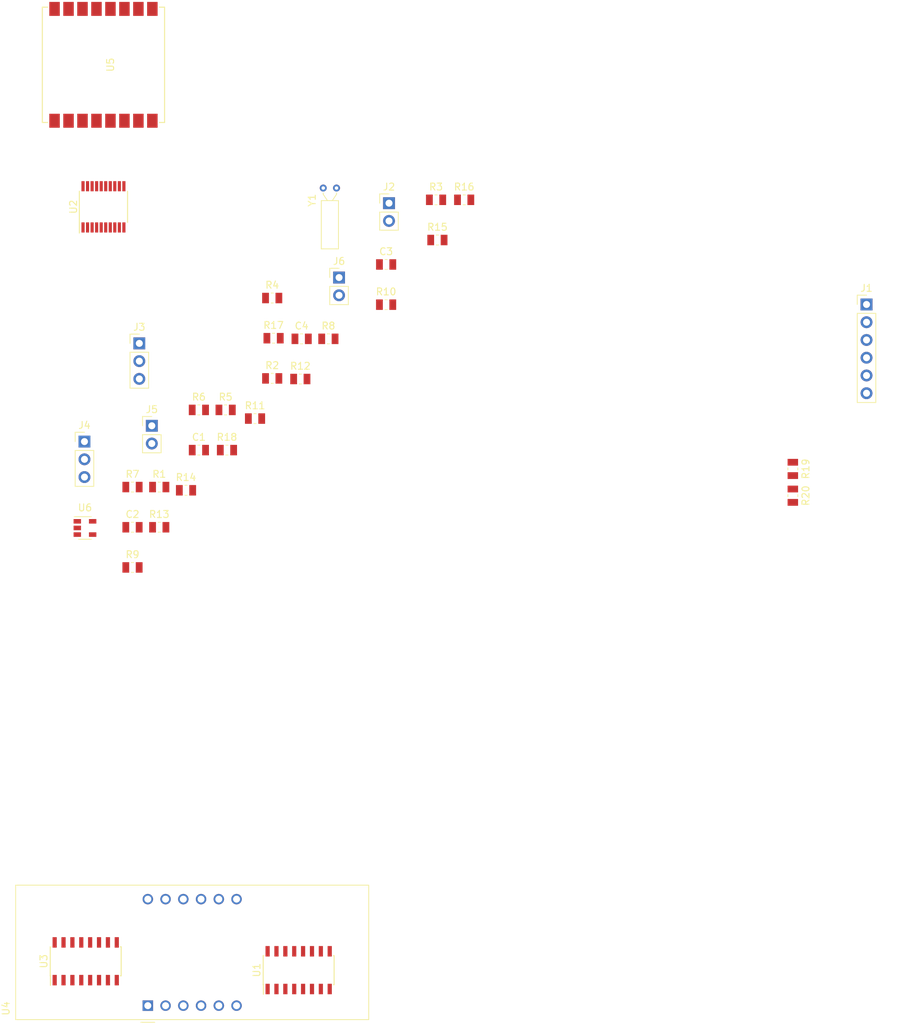
<source format=kicad_pcb>
(kicad_pcb (version 20171130) (host pcbnew 5.0.0-rc1-44a33f2~62~ubuntu16.04.1)

  (general
    (thickness 1.6)
    (drawings 0)
    (tracks 0)
    (zones 0)
    (modules 37)
    (nets 62)
  )

  (page A4)
  (layers
    (0 F.Cu signal)
    (31 B.Cu signal)
    (32 B.Adhes user)
    (33 F.Adhes user)
    (34 B.Paste user)
    (35 F.Paste user)
    (36 B.SilkS user)
    (37 F.SilkS user)
    (38 B.Mask user)
    (39 F.Mask user)
    (40 Dwgs.User user)
    (41 Cmts.User user)
    (42 Eco1.User user)
    (43 Eco2.User user)
    (44 Edge.Cuts user)
    (45 Margin user)
    (46 B.CrtYd user)
    (47 F.CrtYd user)
    (48 B.Fab user)
    (49 F.Fab user)
  )

  (setup
    (last_trace_width 0.25)
    (trace_clearance 0.2)
    (zone_clearance 0.508)
    (zone_45_only no)
    (trace_min 0.2)
    (segment_width 0.2)
    (edge_width 0.15)
    (via_size 0.8)
    (via_drill 0.4)
    (via_min_size 0.4)
    (via_min_drill 0.3)
    (uvia_size 0.3)
    (uvia_drill 0.1)
    (uvias_allowed no)
    (uvia_min_size 0.2)
    (uvia_min_drill 0.1)
    (pcb_text_width 0.3)
    (pcb_text_size 1.5 1.5)
    (mod_edge_width 0.15)
    (mod_text_size 1 1)
    (mod_text_width 0.15)
    (pad_size 1.524 1.524)
    (pad_drill 0.762)
    (pad_to_mask_clearance 0.2)
    (aux_axis_origin 0 0)
    (visible_elements FFFFFF7F)
    (pcbplotparams
      (layerselection 0x010fc_ffffffff)
      (usegerberextensions false)
      (usegerberattributes false)
      (usegerberadvancedattributes false)
      (creategerberjobfile false)
      (excludeedgelayer true)
      (linewidth 0.100000)
      (plotframeref false)
      (viasonmask false)
      (mode 1)
      (useauxorigin false)
      (hpglpennumber 1)
      (hpglpenspeed 20)
      (hpglpendiameter 15)
      (psnegative false)
      (psa4output false)
      (plotreference true)
      (plotvalue true)
      (plotinvisibletext false)
      (padsonsilk false)
      (subtractmaskfromsilk false)
      (outputformat 1)
      (mirror false)
      (drillshape 1)
      (scaleselection 1)
      (outputdirectory ""))
  )

  (net 0 "")
  (net 1 GND)
  (net 2 "Net-(C1-Pad1)")
  (net 3 +5V)
  (net 4 RST)
  (net 5 VCC)
  (net 6 SPI1_SCK)
  (net 7 SPI1_MOSI)
  (net 8 SPI1_MISO)
  (net 9 BTN)
  (net 10 "Net-(J2-Pad2)")
  (net 11 DTX)
  (net 12 DRX)
  (net 13 SWIM)
  (net 14 "Net-(J6-Pad2)")
  (net 15 "Net-(J6-Pad1)")
  (net 16 "Net-(R1-Pad2)")
  (net 17 "Net-(R2-Pad1)")
  (net 18 "Net-(R2-Pad2)")
  (net 19 "Net-(R3-Pad2)")
  (net 20 "Net-(R3-Pad1)")
  (net 21 "Net-(R4-Pad1)")
  (net 22 "Net-(R4-Pad2)")
  (net 23 "Net-(R5-Pad2)")
  (net 24 "Net-(R5-Pad1)")
  (net 25 "Net-(R6-Pad1)")
  (net 26 "Net-(R6-Pad2)")
  (net 27 "Net-(R7-Pad2)")
  (net 28 "Net-(R7-Pad1)")
  (net 29 "Net-(R8-Pad1)")
  (net 30 "Net-(R8-Pad2)")
  (net 31 "Net-(R9-Pad2)")
  (net 32 "Net-(R9-Pad1)")
  (net 33 "Net-(R10-Pad2)")
  (net 34 ADC_LIPO)
  (net 35 ADC_SOLAR)
  (net 36 "Net-(U1-Pad9)")
  (net 37 IND_CLK)
  (net 38 IND_LATCH)
  (net 39 IND_DATA)
  (net 40 "Net-(U2-Pad1)")
  (net 41 "Net-(U2-Pad2)")
  (net 42 CS_LORA)
  (net 43 "Net-(U3-Pad15)")
  (net 44 "Net-(U3-Pad9)")
  (net 45 "Net-(U3-Pad7)")
  (net 46 "Net-(U3-Pad6)")
  (net 47 "Net-(U3-Pad5)")
  (net 48 "Net-(U3-Pad4)")
  (net 49 "Net-(U3-Pad3)")
  (net 50 "Net-(U3-Pad2)")
  (net 51 "Net-(U3-Pad1)")
  (net 52 "Net-(U5-Pad11)")
  (net 53 "Net-(U5-Pad10)")
  (net 54 "Net-(U5-Pad8)")
  (net 55 "Net-(U5-Pad7)")
  (net 56 "Net-(U5-Pad6)")
  (net 57 "Net-(U5-Pad5)")
  (net 58 "Net-(U5-Pad1)")
  (net 59 "Net-(U6-Pad4)")
  (net 60 SCL)
  (net 61 SDA)

  (net_class Default "This is the default net class."
    (clearance 0.2)
    (trace_width 0.25)
    (via_dia 0.8)
    (via_drill 0.4)
    (uvia_dia 0.3)
    (uvia_drill 0.1)
    (add_net +5V)
    (add_net ADC_LIPO)
    (add_net ADC_SOLAR)
    (add_net BTN)
    (add_net CS_LORA)
    (add_net DRX)
    (add_net DTX)
    (add_net GND)
    (add_net IND_CLK)
    (add_net IND_DATA)
    (add_net IND_LATCH)
    (add_net "Net-(C1-Pad1)")
    (add_net "Net-(J2-Pad2)")
    (add_net "Net-(J6-Pad1)")
    (add_net "Net-(J6-Pad2)")
    (add_net "Net-(R1-Pad2)")
    (add_net "Net-(R10-Pad2)")
    (add_net "Net-(R2-Pad1)")
    (add_net "Net-(R2-Pad2)")
    (add_net "Net-(R3-Pad1)")
    (add_net "Net-(R3-Pad2)")
    (add_net "Net-(R4-Pad1)")
    (add_net "Net-(R4-Pad2)")
    (add_net "Net-(R5-Pad1)")
    (add_net "Net-(R5-Pad2)")
    (add_net "Net-(R6-Pad1)")
    (add_net "Net-(R6-Pad2)")
    (add_net "Net-(R7-Pad1)")
    (add_net "Net-(R7-Pad2)")
    (add_net "Net-(R8-Pad1)")
    (add_net "Net-(R8-Pad2)")
    (add_net "Net-(R9-Pad1)")
    (add_net "Net-(R9-Pad2)")
    (add_net "Net-(U1-Pad9)")
    (add_net "Net-(U2-Pad1)")
    (add_net "Net-(U2-Pad2)")
    (add_net "Net-(U3-Pad1)")
    (add_net "Net-(U3-Pad15)")
    (add_net "Net-(U3-Pad2)")
    (add_net "Net-(U3-Pad3)")
    (add_net "Net-(U3-Pad4)")
    (add_net "Net-(U3-Pad5)")
    (add_net "Net-(U3-Pad6)")
    (add_net "Net-(U3-Pad7)")
    (add_net "Net-(U3-Pad9)")
    (add_net "Net-(U5-Pad1)")
    (add_net "Net-(U5-Pad10)")
    (add_net "Net-(U5-Pad11)")
    (add_net "Net-(U5-Pad5)")
    (add_net "Net-(U5-Pad6)")
    (add_net "Net-(U5-Pad7)")
    (add_net "Net-(U5-Pad8)")
    (add_net "Net-(U6-Pad4)")
    (add_net RST)
    (add_net SCL)
    (add_net SDA)
    (add_net SPI1_MISO)
    (add_net SPI1_MOSI)
    (add_net SPI1_SCK)
    (add_net SWIM)
    (add_net VCC)
  )

  (module Capacitor_SMD:C_0805_2012Metric (layer F.Cu) (tedit 59FE48B8) (tstamp 5AC99294)
    (at 122.877857 83.0675)
    (descr "Capacitor SMD 0805 (2012 Metric), square (rectangular) end terminal, IPC_7351 nominal, (Body size source: http://www.tortai-tech.com/upload/download/2011102023233369053.pdf), generated with kicad-footprint-generator")
    (tags capacitor)
    (path /5AB383AB)
    (attr smd)
    (fp_text reference C1 (at 0 -1.85) (layer F.SilkS)
      (effects (font (size 1 1) (thickness 0.15)))
    )
    (fp_text value 0.1u (at 0 1.85) (layer F.Fab)
      (effects (font (size 1 1) (thickness 0.15)))
    )
    (fp_text user %R (at 0 0) (layer F.Fab)
      (effects (font (size 0.5 0.5) (thickness 0.08)))
    )
    (fp_line (start 1.69 1) (end -1.69 1) (layer F.CrtYd) (width 0.05))
    (fp_line (start 1.69 -1) (end 1.69 1) (layer F.CrtYd) (width 0.05))
    (fp_line (start -1.69 -1) (end 1.69 -1) (layer F.CrtYd) (width 0.05))
    (fp_line (start -1.69 1) (end -1.69 -1) (layer F.CrtYd) (width 0.05))
    (fp_line (start -0.15 0.71) (end 0.15 0.71) (layer F.SilkS) (width 0.12))
    (fp_line (start -0.15 -0.71) (end 0.15 -0.71) (layer F.SilkS) (width 0.12))
    (fp_line (start 1 0.6) (end -1 0.6) (layer F.Fab) (width 0.1))
    (fp_line (start 1 -0.6) (end 1 0.6) (layer F.Fab) (width 0.1))
    (fp_line (start -1 -0.6) (end 1 -0.6) (layer F.Fab) (width 0.1))
    (fp_line (start -1 0.6) (end -1 -0.6) (layer F.Fab) (width 0.1))
    (pad 2 smd rect (at 0.955 0) (size 0.97 1.5) (layers F.Cu F.Paste F.Mask)
      (net 1 GND))
    (pad 1 smd rect (at -0.955 0) (size 0.97 1.5) (layers F.Cu F.Paste F.Mask)
      (net 2 "Net-(C1-Pad1)"))
    (model ${KISYS3DMOD}/Capacitor_SMD.3dshapes/C_0805_2012Metric.wrl
      (at (xyz 0 0 0))
      (scale (xyz 1 1 1))
      (rotate (xyz 0 0 0))
    )
  )

  (module Capacitor_SMD:C_0805_2012Metric (layer F.Cu) (tedit 59FE48B8) (tstamp 5AC992A5)
    (at 113.375001 94.1075)
    (descr "Capacitor SMD 0805 (2012 Metric), square (rectangular) end terminal, IPC_7351 nominal, (Body size source: http://www.tortai-tech.com/upload/download/2011102023233369053.pdf), generated with kicad-footprint-generator")
    (tags capacitor)
    (path /5AB6569A)
    (attr smd)
    (fp_text reference C2 (at 0 -1.85) (layer F.SilkS)
      (effects (font (size 1 1) (thickness 0.15)))
    )
    (fp_text value 1u (at 0 1.85) (layer F.Fab)
      (effects (font (size 1 1) (thickness 0.15)))
    )
    (fp_text user %R (at 0 0) (layer F.Fab)
      (effects (font (size 0.5 0.5) (thickness 0.08)))
    )
    (fp_line (start 1.69 1) (end -1.69 1) (layer F.CrtYd) (width 0.05))
    (fp_line (start 1.69 -1) (end 1.69 1) (layer F.CrtYd) (width 0.05))
    (fp_line (start -1.69 -1) (end 1.69 -1) (layer F.CrtYd) (width 0.05))
    (fp_line (start -1.69 1) (end -1.69 -1) (layer F.CrtYd) (width 0.05))
    (fp_line (start -0.15 0.71) (end 0.15 0.71) (layer F.SilkS) (width 0.12))
    (fp_line (start -0.15 -0.71) (end 0.15 -0.71) (layer F.SilkS) (width 0.12))
    (fp_line (start 1 0.6) (end -1 0.6) (layer F.Fab) (width 0.1))
    (fp_line (start 1 -0.6) (end 1 0.6) (layer F.Fab) (width 0.1))
    (fp_line (start -1 -0.6) (end 1 -0.6) (layer F.Fab) (width 0.1))
    (fp_line (start -1 0.6) (end -1 -0.6) (layer F.Fab) (width 0.1))
    (pad 2 smd rect (at 0.955 0) (size 0.97 1.5) (layers F.Cu F.Paste F.Mask)
      (net 1 GND))
    (pad 1 smd rect (at -0.955 0) (size 0.97 1.5) (layers F.Cu F.Paste F.Mask)
      (net 3 +5V))
    (model ${KISYS3DMOD}/Capacitor_SMD.3dshapes/C_0805_2012Metric.wrl
      (at (xyz 0 0 0))
      (scale (xyz 1 1 1))
      (rotate (xyz 0 0 0))
    )
  )

  (module Capacitor_SMD:C_0805_2012Metric (layer F.Cu) (tedit 59FE48B8) (tstamp 5AC992B6)
    (at 149.677857 56.5075)
    (descr "Capacitor SMD 0805 (2012 Metric), square (rectangular) end terminal, IPC_7351 nominal, (Body size source: http://www.tortai-tech.com/upload/download/2011102023233369053.pdf), generated with kicad-footprint-generator")
    (tags capacitor)
    (path /5AB3B346)
    (attr smd)
    (fp_text reference C3 (at 0 -1.85) (layer F.SilkS)
      (effects (font (size 1 1) (thickness 0.15)))
    )
    (fp_text value 0.1u (at 0 1.85) (layer F.Fab)
      (effects (font (size 1 1) (thickness 0.15)))
    )
    (fp_line (start -1 0.6) (end -1 -0.6) (layer F.Fab) (width 0.1))
    (fp_line (start -1 -0.6) (end 1 -0.6) (layer F.Fab) (width 0.1))
    (fp_line (start 1 -0.6) (end 1 0.6) (layer F.Fab) (width 0.1))
    (fp_line (start 1 0.6) (end -1 0.6) (layer F.Fab) (width 0.1))
    (fp_line (start -0.15 -0.71) (end 0.15 -0.71) (layer F.SilkS) (width 0.12))
    (fp_line (start -0.15 0.71) (end 0.15 0.71) (layer F.SilkS) (width 0.12))
    (fp_line (start -1.69 1) (end -1.69 -1) (layer F.CrtYd) (width 0.05))
    (fp_line (start -1.69 -1) (end 1.69 -1) (layer F.CrtYd) (width 0.05))
    (fp_line (start 1.69 -1) (end 1.69 1) (layer F.CrtYd) (width 0.05))
    (fp_line (start 1.69 1) (end -1.69 1) (layer F.CrtYd) (width 0.05))
    (fp_text user %R (at 0 0) (layer F.Fab)
      (effects (font (size 0.5 0.5) (thickness 0.08)))
    )
    (pad 1 smd rect (at -0.955 0) (size 0.97 1.5) (layers F.Cu F.Paste F.Mask)
      (net 4 RST))
    (pad 2 smd rect (at 0.955 0) (size 0.97 1.5) (layers F.Cu F.Paste F.Mask)
      (net 1 GND))
    (model ${KISYS3DMOD}/Capacitor_SMD.3dshapes/C_0805_2012Metric.wrl
      (at (xyz 0 0 0))
      (scale (xyz 1 1 1))
      (rotate (xyz 0 0 0))
    )
  )

  (module Capacitor_SMD:C_0805_2012Metric (layer F.Cu) (tedit 59FE48B8) (tstamp 5AC992C7)
    (at 137.585001 67.1475)
    (descr "Capacitor SMD 0805 (2012 Metric), square (rectangular) end terminal, IPC_7351 nominal, (Body size source: http://www.tortai-tech.com/upload/download/2011102023233369053.pdf), generated with kicad-footprint-generator")
    (tags capacitor)
    (path /5AB65768)
    (attr smd)
    (fp_text reference C4 (at 0 -1.85) (layer F.SilkS)
      (effects (font (size 1 1) (thickness 0.15)))
    )
    (fp_text value 1u (at 0 1.85) (layer F.Fab)
      (effects (font (size 1 1) (thickness 0.15)))
    )
    (fp_line (start -1 0.6) (end -1 -0.6) (layer F.Fab) (width 0.1))
    (fp_line (start -1 -0.6) (end 1 -0.6) (layer F.Fab) (width 0.1))
    (fp_line (start 1 -0.6) (end 1 0.6) (layer F.Fab) (width 0.1))
    (fp_line (start 1 0.6) (end -1 0.6) (layer F.Fab) (width 0.1))
    (fp_line (start -0.15 -0.71) (end 0.15 -0.71) (layer F.SilkS) (width 0.12))
    (fp_line (start -0.15 0.71) (end 0.15 0.71) (layer F.SilkS) (width 0.12))
    (fp_line (start -1.69 1) (end -1.69 -1) (layer F.CrtYd) (width 0.05))
    (fp_line (start -1.69 -1) (end 1.69 -1) (layer F.CrtYd) (width 0.05))
    (fp_line (start 1.69 -1) (end 1.69 1) (layer F.CrtYd) (width 0.05))
    (fp_line (start 1.69 1) (end -1.69 1) (layer F.CrtYd) (width 0.05))
    (fp_text user %R (at 0 0) (layer F.Fab)
      (effects (font (size 0.5 0.5) (thickness 0.08)))
    )
    (pad 1 smd rect (at -0.955 0) (size 0.97 1.5) (layers F.Cu F.Paste F.Mask)
      (net 5 VCC))
    (pad 2 smd rect (at 0.955 0) (size 0.97 1.5) (layers F.Cu F.Paste F.Mask)
      (net 1 GND))
    (model ${KISYS3DMOD}/Capacitor_SMD.3dshapes/C_0805_2012Metric.wrl
      (at (xyz 0 0 0))
      (scale (xyz 1 1 1))
      (rotate (xyz 0 0 0))
    )
  )

  (module Connector_PinHeader_2.54mm:PinHeader_1x06_P2.54mm_Vertical (layer F.Cu) (tedit 59FED5CC) (tstamp 5AC992E1)
    (at 218.44 62.23)
    (descr "Through hole straight pin header, 1x06, 2.54mm pitch, single row")
    (tags "Through hole pin header THT 1x06 2.54mm single row")
    (path /5ACCF7B6)
    (fp_text reference J1 (at 0 -2.33) (layer F.SilkS)
      (effects (font (size 1 1) (thickness 0.15)))
    )
    (fp_text value Conn_01x06 (at 0 15.03) (layer F.Fab)
      (effects (font (size 1 1) (thickness 0.15)))
    )
    (fp_line (start -0.635 -1.27) (end 1.27 -1.27) (layer F.Fab) (width 0.1))
    (fp_line (start 1.27 -1.27) (end 1.27 13.97) (layer F.Fab) (width 0.1))
    (fp_line (start 1.27 13.97) (end -1.27 13.97) (layer F.Fab) (width 0.1))
    (fp_line (start -1.27 13.97) (end -1.27 -0.635) (layer F.Fab) (width 0.1))
    (fp_line (start -1.27 -0.635) (end -0.635 -1.27) (layer F.Fab) (width 0.1))
    (fp_line (start -1.33 14.03) (end 1.33 14.03) (layer F.SilkS) (width 0.12))
    (fp_line (start -1.33 1.27) (end -1.33 14.03) (layer F.SilkS) (width 0.12))
    (fp_line (start 1.33 1.27) (end 1.33 14.03) (layer F.SilkS) (width 0.12))
    (fp_line (start -1.33 1.27) (end 1.33 1.27) (layer F.SilkS) (width 0.12))
    (fp_line (start -1.33 0) (end -1.33 -1.33) (layer F.SilkS) (width 0.12))
    (fp_line (start -1.33 -1.33) (end 0 -1.33) (layer F.SilkS) (width 0.12))
    (fp_line (start -1.8 -1.8) (end -1.8 14.5) (layer F.CrtYd) (width 0.05))
    (fp_line (start -1.8 14.5) (end 1.8 14.5) (layer F.CrtYd) (width 0.05))
    (fp_line (start 1.8 14.5) (end 1.8 -1.8) (layer F.CrtYd) (width 0.05))
    (fp_line (start 1.8 -1.8) (end -1.8 -1.8) (layer F.CrtYd) (width 0.05))
    (fp_text user %R (at 0 6.35 90) (layer F.Fab)
      (effects (font (size 1 1) (thickness 0.15)))
    )
    (pad 1 thru_hole rect (at 0 0) (size 1.7 1.7) (drill 1) (layers *.Cu *.Mask)
      (net 5 VCC))
    (pad 2 thru_hole oval (at 0 2.54) (size 1.7 1.7) (drill 1) (layers *.Cu *.Mask)
      (net 1 GND))
    (pad 3 thru_hole oval (at 0 5.08) (size 1.7 1.7) (drill 1) (layers *.Cu *.Mask)
      (net 60 SCL))
    (pad 4 thru_hole oval (at 0 7.62) (size 1.7 1.7) (drill 1) (layers *.Cu *.Mask)
      (net 61 SDA))
    (pad 5 thru_hole oval (at 0 10.16) (size 1.7 1.7) (drill 1) (layers *.Cu *.Mask)
      (net 5 VCC))
    (pad 6 thru_hole oval (at 0 12.7) (size 1.7 1.7) (drill 1) (layers *.Cu *.Mask)
      (net 1 GND))
    (model ${KISYS3DMOD}/Connector_PinHeader_2.54mm.3dshapes/PinHeader_1x06_P2.54mm_Vertical.wrl
      (at (xyz 0 0 0))
      (scale (xyz 1 1 1))
      (rotate (xyz 0 0 0))
    )
  )

  (module Connector_PinHeader_2.54mm:PinHeader_1x02_P2.54mm_Vertical (layer F.Cu) (tedit 59FED5CC) (tstamp 5AC992F7)
    (at 150.092619 47.7375)
    (descr "Through hole straight pin header, 1x02, 2.54mm pitch, single row")
    (tags "Through hole pin header THT 1x02 2.54mm single row")
    (path /5AD7366F)
    (fp_text reference J2 (at 0 -2.33) (layer F.SilkS)
      (effects (font (size 1 1) (thickness 0.15)))
    )
    (fp_text value Conn_01x02 (at 0 4.87) (layer F.Fab)
      (effects (font (size 1 1) (thickness 0.15)))
    )
    (fp_line (start -0.635 -1.27) (end 1.27 -1.27) (layer F.Fab) (width 0.1))
    (fp_line (start 1.27 -1.27) (end 1.27 3.81) (layer F.Fab) (width 0.1))
    (fp_line (start 1.27 3.81) (end -1.27 3.81) (layer F.Fab) (width 0.1))
    (fp_line (start -1.27 3.81) (end -1.27 -0.635) (layer F.Fab) (width 0.1))
    (fp_line (start -1.27 -0.635) (end -0.635 -1.27) (layer F.Fab) (width 0.1))
    (fp_line (start -1.33 3.87) (end 1.33 3.87) (layer F.SilkS) (width 0.12))
    (fp_line (start -1.33 1.27) (end -1.33 3.87) (layer F.SilkS) (width 0.12))
    (fp_line (start 1.33 1.27) (end 1.33 3.87) (layer F.SilkS) (width 0.12))
    (fp_line (start -1.33 1.27) (end 1.33 1.27) (layer F.SilkS) (width 0.12))
    (fp_line (start -1.33 0) (end -1.33 -1.33) (layer F.SilkS) (width 0.12))
    (fp_line (start -1.33 -1.33) (end 0 -1.33) (layer F.SilkS) (width 0.12))
    (fp_line (start -1.8 -1.8) (end -1.8 4.35) (layer F.CrtYd) (width 0.05))
    (fp_line (start -1.8 4.35) (end 1.8 4.35) (layer F.CrtYd) (width 0.05))
    (fp_line (start 1.8 4.35) (end 1.8 -1.8) (layer F.CrtYd) (width 0.05))
    (fp_line (start 1.8 -1.8) (end -1.8 -1.8) (layer F.CrtYd) (width 0.05))
    (fp_text user %R (at 0 1.27 90) (layer F.Fab)
      (effects (font (size 1 1) (thickness 0.15)))
    )
    (pad 1 thru_hole rect (at 0 0) (size 1.7 1.7) (drill 1) (layers *.Cu *.Mask)
      (net 9 BTN))
    (pad 2 thru_hole oval (at 0 2.54) (size 1.7 1.7) (drill 1) (layers *.Cu *.Mask)
      (net 10 "Net-(J2-Pad2)"))
    (model ${KISYS3DMOD}/Connector_PinHeader_2.54mm.3dshapes/PinHeader_1x02_P2.54mm_Vertical.wrl
      (at (xyz 0 0 0))
      (scale (xyz 1 1 1))
      (rotate (xyz 0 0 0))
    )
  )

  (module Connector_PinHeader_2.54mm:PinHeader_1x03_P2.54mm_Vertical (layer F.Cu) (tedit 59FED5CC) (tstamp 5AC9930E)
    (at 114.352619 67.7975)
    (descr "Through hole straight pin header, 1x03, 2.54mm pitch, single row")
    (tags "Through hole pin header THT 1x03 2.54mm single row")
    (path /5AB27720)
    (fp_text reference J3 (at 0 -2.33) (layer F.SilkS)
      (effects (font (size 1 1) (thickness 0.15)))
    )
    (fp_text value Conn_01x03 (at 0 7.41) (layer F.Fab)
      (effects (font (size 1 1) (thickness 0.15)))
    )
    (fp_text user %R (at 0 2.54 90) (layer F.Fab)
      (effects (font (size 1 1) (thickness 0.15)))
    )
    (fp_line (start 1.8 -1.8) (end -1.8 -1.8) (layer F.CrtYd) (width 0.05))
    (fp_line (start 1.8 6.85) (end 1.8 -1.8) (layer F.CrtYd) (width 0.05))
    (fp_line (start -1.8 6.85) (end 1.8 6.85) (layer F.CrtYd) (width 0.05))
    (fp_line (start -1.8 -1.8) (end -1.8 6.85) (layer F.CrtYd) (width 0.05))
    (fp_line (start -1.33 -1.33) (end 0 -1.33) (layer F.SilkS) (width 0.12))
    (fp_line (start -1.33 0) (end -1.33 -1.33) (layer F.SilkS) (width 0.12))
    (fp_line (start -1.33 1.27) (end 1.33 1.27) (layer F.SilkS) (width 0.12))
    (fp_line (start 1.33 1.27) (end 1.33 6.41) (layer F.SilkS) (width 0.12))
    (fp_line (start -1.33 1.27) (end -1.33 6.41) (layer F.SilkS) (width 0.12))
    (fp_line (start -1.33 6.41) (end 1.33 6.41) (layer F.SilkS) (width 0.12))
    (fp_line (start -1.27 -0.635) (end -0.635 -1.27) (layer F.Fab) (width 0.1))
    (fp_line (start -1.27 6.35) (end -1.27 -0.635) (layer F.Fab) (width 0.1))
    (fp_line (start 1.27 6.35) (end -1.27 6.35) (layer F.Fab) (width 0.1))
    (fp_line (start 1.27 -1.27) (end 1.27 6.35) (layer F.Fab) (width 0.1))
    (fp_line (start -0.635 -1.27) (end 1.27 -1.27) (layer F.Fab) (width 0.1))
    (pad 3 thru_hole oval (at 0 5.08) (size 1.7 1.7) (drill 1) (layers *.Cu *.Mask)
      (net 1 GND))
    (pad 2 thru_hole oval (at 0 2.54) (size 1.7 1.7) (drill 1) (layers *.Cu *.Mask)
      (net 11 DTX))
    (pad 1 thru_hole rect (at 0 0) (size 1.7 1.7) (drill 1) (layers *.Cu *.Mask)
      (net 12 DRX))
    (model ${KISYS3DMOD}/Connector_PinHeader_2.54mm.3dshapes/PinHeader_1x03_P2.54mm_Vertical.wrl
      (at (xyz 0 0 0))
      (scale (xyz 1 1 1))
      (rotate (xyz 0 0 0))
    )
  )

  (module Connector_PinHeader_2.54mm:PinHeader_1x03_P2.54mm_Vertical (layer F.Cu) (tedit 59FED5CC) (tstamp 5AC99325)
    (at 106.502619 81.8475)
    (descr "Through hole straight pin header, 1x03, 2.54mm pitch, single row")
    (tags "Through hole pin header THT 1x03 2.54mm single row")
    (path /5AB2787A)
    (fp_text reference J4 (at 0 -2.33) (layer F.SilkS)
      (effects (font (size 1 1) (thickness 0.15)))
    )
    (fp_text value Conn_01x03 (at 0 7.41) (layer F.Fab)
      (effects (font (size 1 1) (thickness 0.15)))
    )
    (fp_line (start -0.635 -1.27) (end 1.27 -1.27) (layer F.Fab) (width 0.1))
    (fp_line (start 1.27 -1.27) (end 1.27 6.35) (layer F.Fab) (width 0.1))
    (fp_line (start 1.27 6.35) (end -1.27 6.35) (layer F.Fab) (width 0.1))
    (fp_line (start -1.27 6.35) (end -1.27 -0.635) (layer F.Fab) (width 0.1))
    (fp_line (start -1.27 -0.635) (end -0.635 -1.27) (layer F.Fab) (width 0.1))
    (fp_line (start -1.33 6.41) (end 1.33 6.41) (layer F.SilkS) (width 0.12))
    (fp_line (start -1.33 1.27) (end -1.33 6.41) (layer F.SilkS) (width 0.12))
    (fp_line (start 1.33 1.27) (end 1.33 6.41) (layer F.SilkS) (width 0.12))
    (fp_line (start -1.33 1.27) (end 1.33 1.27) (layer F.SilkS) (width 0.12))
    (fp_line (start -1.33 0) (end -1.33 -1.33) (layer F.SilkS) (width 0.12))
    (fp_line (start -1.33 -1.33) (end 0 -1.33) (layer F.SilkS) (width 0.12))
    (fp_line (start -1.8 -1.8) (end -1.8 6.85) (layer F.CrtYd) (width 0.05))
    (fp_line (start -1.8 6.85) (end 1.8 6.85) (layer F.CrtYd) (width 0.05))
    (fp_line (start 1.8 6.85) (end 1.8 -1.8) (layer F.CrtYd) (width 0.05))
    (fp_line (start 1.8 -1.8) (end -1.8 -1.8) (layer F.CrtYd) (width 0.05))
    (fp_text user %R (at 0 2.54 90) (layer F.Fab)
      (effects (font (size 1 1) (thickness 0.15)))
    )
    (pad 1 thru_hole rect (at 0 0) (size 1.7 1.7) (drill 1) (layers *.Cu *.Mask)
      (net 13 SWIM))
    (pad 2 thru_hole oval (at 0 2.54) (size 1.7 1.7) (drill 1) (layers *.Cu *.Mask)
      (net 4 RST))
    (pad 3 thru_hole oval (at 0 5.08) (size 1.7 1.7) (drill 1) (layers *.Cu *.Mask)
      (net 1 GND))
    (model ${KISYS3DMOD}/Connector_PinHeader_2.54mm.3dshapes/PinHeader_1x03_P2.54mm_Vertical.wrl
      (at (xyz 0 0 0))
      (scale (xyz 1 1 1))
      (rotate (xyz 0 0 0))
    )
  )

  (module Connector_PinHeader_2.54mm:PinHeader_1x02_P2.54mm_Vertical (layer F.Cu) (tedit 59FED5CC) (tstamp 5AC9933B)
    (at 116.142619 79.5875)
    (descr "Through hole straight pin header, 1x02, 2.54mm pitch, single row")
    (tags "Through hole pin header THT 1x02 2.54mm single row")
    (path /5AB585A3)
    (fp_text reference J5 (at 0 -2.33) (layer F.SilkS)
      (effects (font (size 1 1) (thickness 0.15)))
    )
    (fp_text value Conn_01x02 (at 0 4.87) (layer F.Fab)
      (effects (font (size 1 1) (thickness 0.15)))
    )
    (fp_line (start -0.635 -1.27) (end 1.27 -1.27) (layer F.Fab) (width 0.1))
    (fp_line (start 1.27 -1.27) (end 1.27 3.81) (layer F.Fab) (width 0.1))
    (fp_line (start 1.27 3.81) (end -1.27 3.81) (layer F.Fab) (width 0.1))
    (fp_line (start -1.27 3.81) (end -1.27 -0.635) (layer F.Fab) (width 0.1))
    (fp_line (start -1.27 -0.635) (end -0.635 -1.27) (layer F.Fab) (width 0.1))
    (fp_line (start -1.33 3.87) (end 1.33 3.87) (layer F.SilkS) (width 0.12))
    (fp_line (start -1.33 1.27) (end -1.33 3.87) (layer F.SilkS) (width 0.12))
    (fp_line (start 1.33 1.27) (end 1.33 3.87) (layer F.SilkS) (width 0.12))
    (fp_line (start -1.33 1.27) (end 1.33 1.27) (layer F.SilkS) (width 0.12))
    (fp_line (start -1.33 0) (end -1.33 -1.33) (layer F.SilkS) (width 0.12))
    (fp_line (start -1.33 -1.33) (end 0 -1.33) (layer F.SilkS) (width 0.12))
    (fp_line (start -1.8 -1.8) (end -1.8 4.35) (layer F.CrtYd) (width 0.05))
    (fp_line (start -1.8 4.35) (end 1.8 4.35) (layer F.CrtYd) (width 0.05))
    (fp_line (start 1.8 4.35) (end 1.8 -1.8) (layer F.CrtYd) (width 0.05))
    (fp_line (start 1.8 -1.8) (end -1.8 -1.8) (layer F.CrtYd) (width 0.05))
    (fp_text user %R (at 0 1.27 90) (layer F.Fab)
      (effects (font (size 1 1) (thickness 0.15)))
    )
    (pad 1 thru_hole rect (at 0 0) (size 1.7 1.7) (drill 1) (layers *.Cu *.Mask)
      (net 3 +5V))
    (pad 2 thru_hole oval (at 0 2.54) (size 1.7 1.7) (drill 1) (layers *.Cu *.Mask)
      (net 1 GND))
    (model ${KISYS3DMOD}/Connector_PinHeader_2.54mm.3dshapes/PinHeader_1x02_P2.54mm_Vertical.wrl
      (at (xyz 0 0 0))
      (scale (xyz 1 1 1))
      (rotate (xyz 0 0 0))
    )
  )

  (module Connector_PinHeader_2.54mm:PinHeader_1x02_P2.54mm_Vertical (layer F.Cu) (tedit 59FED5CC) (tstamp 5AC99351)
    (at 142.942619 58.3775)
    (descr "Through hole straight pin header, 1x02, 2.54mm pitch, single row")
    (tags "Through hole pin header THT 1x02 2.54mm single row")
    (path /5AC89CDC)
    (fp_text reference J6 (at 0 -2.33) (layer F.SilkS)
      (effects (font (size 1 1) (thickness 0.15)))
    )
    (fp_text value Conn_01x02 (at 0 4.87) (layer F.Fab)
      (effects (font (size 1 1) (thickness 0.15)))
    )
    (fp_text user %R (at 0 1.27 90) (layer F.Fab)
      (effects (font (size 1 1) (thickness 0.15)))
    )
    (fp_line (start 1.8 -1.8) (end -1.8 -1.8) (layer F.CrtYd) (width 0.05))
    (fp_line (start 1.8 4.35) (end 1.8 -1.8) (layer F.CrtYd) (width 0.05))
    (fp_line (start -1.8 4.35) (end 1.8 4.35) (layer F.CrtYd) (width 0.05))
    (fp_line (start -1.8 -1.8) (end -1.8 4.35) (layer F.CrtYd) (width 0.05))
    (fp_line (start -1.33 -1.33) (end 0 -1.33) (layer F.SilkS) (width 0.12))
    (fp_line (start -1.33 0) (end -1.33 -1.33) (layer F.SilkS) (width 0.12))
    (fp_line (start -1.33 1.27) (end 1.33 1.27) (layer F.SilkS) (width 0.12))
    (fp_line (start 1.33 1.27) (end 1.33 3.87) (layer F.SilkS) (width 0.12))
    (fp_line (start -1.33 1.27) (end -1.33 3.87) (layer F.SilkS) (width 0.12))
    (fp_line (start -1.33 3.87) (end 1.33 3.87) (layer F.SilkS) (width 0.12))
    (fp_line (start -1.27 -0.635) (end -0.635 -1.27) (layer F.Fab) (width 0.1))
    (fp_line (start -1.27 3.81) (end -1.27 -0.635) (layer F.Fab) (width 0.1))
    (fp_line (start 1.27 3.81) (end -1.27 3.81) (layer F.Fab) (width 0.1))
    (fp_line (start 1.27 -1.27) (end 1.27 3.81) (layer F.Fab) (width 0.1))
    (fp_line (start -0.635 -1.27) (end 1.27 -1.27) (layer F.Fab) (width 0.1))
    (pad 2 thru_hole oval (at 0 2.54) (size 1.7 1.7) (drill 1) (layers *.Cu *.Mask)
      (net 14 "Net-(J6-Pad2)"))
    (pad 1 thru_hole rect (at 0 0) (size 1.7 1.7) (drill 1) (layers *.Cu *.Mask)
      (net 15 "Net-(J6-Pad1)"))
    (model ${KISYS3DMOD}/Connector_PinHeader_2.54mm.3dshapes/PinHeader_1x02_P2.54mm_Vertical.wrl
      (at (xyz 0 0 0))
      (scale (xyz 1 1 1))
      (rotate (xyz 0 0 0))
    )
  )

  (module Resistor_SMD:R_0805_2012Metric (layer F.Cu) (tedit 59FE48B8) (tstamp 5AC99362)
    (at 117.205001 88.3575)
    (descr "Resistor SMD 0805 (2012 Metric), square (rectangular) end terminal, IPC_7351 nominal, (Body size source: http://www.tortai-tech.com/upload/download/2011102023233369053.pdf), generated with kicad-footprint-generator")
    (tags resistor)
    (path /5ABAD231)
    (attr smd)
    (fp_text reference R1 (at 0 -1.85) (layer F.SilkS)
      (effects (font (size 1 1) (thickness 0.15)))
    )
    (fp_text value 10k (at 0 1.85) (layer F.Fab)
      (effects (font (size 1 1) (thickness 0.15)))
    )
    (fp_line (start -1 0.6) (end -1 -0.6) (layer F.Fab) (width 0.1))
    (fp_line (start -1 -0.6) (end 1 -0.6) (layer F.Fab) (width 0.1))
    (fp_line (start 1 -0.6) (end 1 0.6) (layer F.Fab) (width 0.1))
    (fp_line (start 1 0.6) (end -1 0.6) (layer F.Fab) (width 0.1))
    (fp_line (start -0.15 -0.71) (end 0.15 -0.71) (layer F.SilkS) (width 0.12))
    (fp_line (start -0.15 0.71) (end 0.15 0.71) (layer F.SilkS) (width 0.12))
    (fp_line (start -1.69 1) (end -1.69 -1) (layer F.CrtYd) (width 0.05))
    (fp_line (start -1.69 -1) (end 1.69 -1) (layer F.CrtYd) (width 0.05))
    (fp_line (start 1.69 -1) (end 1.69 1) (layer F.CrtYd) (width 0.05))
    (fp_line (start 1.69 1) (end -1.69 1) (layer F.CrtYd) (width 0.05))
    (fp_text user %R (at 0 0) (layer F.Fab)
      (effects (font (size 0.5 0.5) (thickness 0.08)))
    )
    (pad 1 smd rect (at -0.955 0) (size 0.97 1.5) (layers F.Cu F.Paste F.Mask)
      (net 5 VCC))
    (pad 2 smd rect (at 0.955 0) (size 0.97 1.5) (layers F.Cu F.Paste F.Mask)
      (net 16 "Net-(R1-Pad2)"))
    (model ${KISYS3DMOD}/Resistor_SMD.3dshapes/R_0805_2012Metric.wrl
      (at (xyz 0 0 0))
      (scale (xyz 1 1 1))
      (rotate (xyz 0 0 0))
    )
  )

  (module Resistor_SMD:R_0805_2012Metric (layer F.Cu) (tedit 59FE48B8) (tstamp 5AC99373)
    (at 133.375001 72.8075)
    (descr "Resistor SMD 0805 (2012 Metric), square (rectangular) end terminal, IPC_7351 nominal, (Body size source: http://www.tortai-tech.com/upload/download/2011102023233369053.pdf), generated with kicad-footprint-generator")
    (tags resistor)
    (path /5AC1C459)
    (attr smd)
    (fp_text reference R2 (at 0 -1.85) (layer F.SilkS)
      (effects (font (size 1 1) (thickness 0.15)))
    )
    (fp_text value 1k (at 0 1.85) (layer F.Fab)
      (effects (font (size 1 1) (thickness 0.15)))
    )
    (fp_line (start -1 0.6) (end -1 -0.6) (layer F.Fab) (width 0.1))
    (fp_line (start -1 -0.6) (end 1 -0.6) (layer F.Fab) (width 0.1))
    (fp_line (start 1 -0.6) (end 1 0.6) (layer F.Fab) (width 0.1))
    (fp_line (start 1 0.6) (end -1 0.6) (layer F.Fab) (width 0.1))
    (fp_line (start -0.15 -0.71) (end 0.15 -0.71) (layer F.SilkS) (width 0.12))
    (fp_line (start -0.15 0.71) (end 0.15 0.71) (layer F.SilkS) (width 0.12))
    (fp_line (start -1.69 1) (end -1.69 -1) (layer F.CrtYd) (width 0.05))
    (fp_line (start -1.69 -1) (end 1.69 -1) (layer F.CrtYd) (width 0.05))
    (fp_line (start 1.69 -1) (end 1.69 1) (layer F.CrtYd) (width 0.05))
    (fp_line (start 1.69 1) (end -1.69 1) (layer F.CrtYd) (width 0.05))
    (fp_text user %R (at 0 0) (layer F.Fab)
      (effects (font (size 0.5 0.5) (thickness 0.08)))
    )
    (pad 1 smd rect (at -0.955 0) (size 0.97 1.5) (layers F.Cu F.Paste F.Mask)
      (net 17 "Net-(R2-Pad1)"))
    (pad 2 smd rect (at 0.955 0) (size 0.97 1.5) (layers F.Cu F.Paste F.Mask)
      (net 18 "Net-(R2-Pad2)"))
    (model ${KISYS3DMOD}/Resistor_SMD.3dshapes/R_0805_2012Metric.wrl
      (at (xyz 0 0 0))
      (scale (xyz 1 1 1))
      (rotate (xyz 0 0 0))
    )
  )

  (module Resistor_SMD:R_0805_2012Metric (layer F.Cu) (tedit 59FE48B8) (tstamp 5AC99384)
    (at 156.825001 47.2575)
    (descr "Resistor SMD 0805 (2012 Metric), square (rectangular) end terminal, IPC_7351 nominal, (Body size source: http://www.tortai-tech.com/upload/download/2011102023233369053.pdf), generated with kicad-footprint-generator")
    (tags resistor)
    (path /5AC1C71E)
    (attr smd)
    (fp_text reference R3 (at 0 -1.85) (layer F.SilkS)
      (effects (font (size 1 1) (thickness 0.15)))
    )
    (fp_text value 1k (at 0 1.85) (layer F.Fab)
      (effects (font (size 1 1) (thickness 0.15)))
    )
    (fp_text user %R (at 0 0) (layer F.Fab)
      (effects (font (size 0.5 0.5) (thickness 0.08)))
    )
    (fp_line (start 1.69 1) (end -1.69 1) (layer F.CrtYd) (width 0.05))
    (fp_line (start 1.69 -1) (end 1.69 1) (layer F.CrtYd) (width 0.05))
    (fp_line (start -1.69 -1) (end 1.69 -1) (layer F.CrtYd) (width 0.05))
    (fp_line (start -1.69 1) (end -1.69 -1) (layer F.CrtYd) (width 0.05))
    (fp_line (start -0.15 0.71) (end 0.15 0.71) (layer F.SilkS) (width 0.12))
    (fp_line (start -0.15 -0.71) (end 0.15 -0.71) (layer F.SilkS) (width 0.12))
    (fp_line (start 1 0.6) (end -1 0.6) (layer F.Fab) (width 0.1))
    (fp_line (start 1 -0.6) (end 1 0.6) (layer F.Fab) (width 0.1))
    (fp_line (start -1 -0.6) (end 1 -0.6) (layer F.Fab) (width 0.1))
    (fp_line (start -1 0.6) (end -1 -0.6) (layer F.Fab) (width 0.1))
    (pad 2 smd rect (at 0.955 0) (size 0.97 1.5) (layers F.Cu F.Paste F.Mask)
      (net 19 "Net-(R3-Pad2)"))
    (pad 1 smd rect (at -0.955 0) (size 0.97 1.5) (layers F.Cu F.Paste F.Mask)
      (net 20 "Net-(R3-Pad1)"))
    (model ${KISYS3DMOD}/Resistor_SMD.3dshapes/R_0805_2012Metric.wrl
      (at (xyz 0 0 0))
      (scale (xyz 1 1 1))
      (rotate (xyz 0 0 0))
    )
  )

  (module Resistor_SMD:R_0805_2012Metric (layer F.Cu) (tedit 59FE48B8) (tstamp 5AC99395)
    (at 133.375001 61.3075)
    (descr "Resistor SMD 0805 (2012 Metric), square (rectangular) end terminal, IPC_7351 nominal, (Body size source: http://www.tortai-tech.com/upload/download/2011102023233369053.pdf), generated with kicad-footprint-generator")
    (tags resistor)
    (path /5AC1C75E)
    (attr smd)
    (fp_text reference R4 (at 0 -1.85) (layer F.SilkS)
      (effects (font (size 1 1) (thickness 0.15)))
    )
    (fp_text value 1k (at 0 1.85) (layer F.Fab)
      (effects (font (size 1 1) (thickness 0.15)))
    )
    (fp_line (start -1 0.6) (end -1 -0.6) (layer F.Fab) (width 0.1))
    (fp_line (start -1 -0.6) (end 1 -0.6) (layer F.Fab) (width 0.1))
    (fp_line (start 1 -0.6) (end 1 0.6) (layer F.Fab) (width 0.1))
    (fp_line (start 1 0.6) (end -1 0.6) (layer F.Fab) (width 0.1))
    (fp_line (start -0.15 -0.71) (end 0.15 -0.71) (layer F.SilkS) (width 0.12))
    (fp_line (start -0.15 0.71) (end 0.15 0.71) (layer F.SilkS) (width 0.12))
    (fp_line (start -1.69 1) (end -1.69 -1) (layer F.CrtYd) (width 0.05))
    (fp_line (start -1.69 -1) (end 1.69 -1) (layer F.CrtYd) (width 0.05))
    (fp_line (start 1.69 -1) (end 1.69 1) (layer F.CrtYd) (width 0.05))
    (fp_line (start 1.69 1) (end -1.69 1) (layer F.CrtYd) (width 0.05))
    (fp_text user %R (at 0 0) (layer F.Fab)
      (effects (font (size 0.5 0.5) (thickness 0.08)))
    )
    (pad 1 smd rect (at -0.955 0) (size 0.97 1.5) (layers F.Cu F.Paste F.Mask)
      (net 21 "Net-(R4-Pad1)"))
    (pad 2 smd rect (at 0.955 0) (size 0.97 1.5) (layers F.Cu F.Paste F.Mask)
      (net 22 "Net-(R4-Pad2)"))
    (model ${KISYS3DMOD}/Resistor_SMD.3dshapes/R_0805_2012Metric.wrl
      (at (xyz 0 0 0))
      (scale (xyz 1 1 1))
      (rotate (xyz 0 0 0))
    )
  )

  (module Resistor_SMD:R_0805_2012Metric (layer F.Cu) (tedit 59FE48B8) (tstamp 5AC993A6)
    (at 126.705001 77.3175)
    (descr "Resistor SMD 0805 (2012 Metric), square (rectangular) end terminal, IPC_7351 nominal, (Body size source: http://www.tortai-tech.com/upload/download/2011102023233369053.pdf), generated with kicad-footprint-generator")
    (tags resistor)
    (path /5AC1C7A0)
    (attr smd)
    (fp_text reference R5 (at 0 -1.85) (layer F.SilkS)
      (effects (font (size 1 1) (thickness 0.15)))
    )
    (fp_text value 1k (at 0 1.85) (layer F.Fab)
      (effects (font (size 1 1) (thickness 0.15)))
    )
    (fp_text user %R (at 0 0) (layer F.Fab)
      (effects (font (size 0.5 0.5) (thickness 0.08)))
    )
    (fp_line (start 1.69 1) (end -1.69 1) (layer F.CrtYd) (width 0.05))
    (fp_line (start 1.69 -1) (end 1.69 1) (layer F.CrtYd) (width 0.05))
    (fp_line (start -1.69 -1) (end 1.69 -1) (layer F.CrtYd) (width 0.05))
    (fp_line (start -1.69 1) (end -1.69 -1) (layer F.CrtYd) (width 0.05))
    (fp_line (start -0.15 0.71) (end 0.15 0.71) (layer F.SilkS) (width 0.12))
    (fp_line (start -0.15 -0.71) (end 0.15 -0.71) (layer F.SilkS) (width 0.12))
    (fp_line (start 1 0.6) (end -1 0.6) (layer F.Fab) (width 0.1))
    (fp_line (start 1 -0.6) (end 1 0.6) (layer F.Fab) (width 0.1))
    (fp_line (start -1 -0.6) (end 1 -0.6) (layer F.Fab) (width 0.1))
    (fp_line (start -1 0.6) (end -1 -0.6) (layer F.Fab) (width 0.1))
    (pad 2 smd rect (at 0.955 0) (size 0.97 1.5) (layers F.Cu F.Paste F.Mask)
      (net 23 "Net-(R5-Pad2)"))
    (pad 1 smd rect (at -0.955 0) (size 0.97 1.5) (layers F.Cu F.Paste F.Mask)
      (net 24 "Net-(R5-Pad1)"))
    (model ${KISYS3DMOD}/Resistor_SMD.3dshapes/R_0805_2012Metric.wrl
      (at (xyz 0 0 0))
      (scale (xyz 1 1 1))
      (rotate (xyz 0 0 0))
    )
  )

  (module Resistor_SMD:R_0805_2012Metric (layer F.Cu) (tedit 59FE48B8) (tstamp 5AC993B7)
    (at 122.875001 77.3175)
    (descr "Resistor SMD 0805 (2012 Metric), square (rectangular) end terminal, IPC_7351 nominal, (Body size source: http://www.tortai-tech.com/upload/download/2011102023233369053.pdf), generated with kicad-footprint-generator")
    (tags resistor)
    (path /5AC1C7E4)
    (attr smd)
    (fp_text reference R6 (at 0 -1.85) (layer F.SilkS)
      (effects (font (size 1 1) (thickness 0.15)))
    )
    (fp_text value 1k (at 0 1.85) (layer F.Fab)
      (effects (font (size 1 1) (thickness 0.15)))
    )
    (fp_line (start -1 0.6) (end -1 -0.6) (layer F.Fab) (width 0.1))
    (fp_line (start -1 -0.6) (end 1 -0.6) (layer F.Fab) (width 0.1))
    (fp_line (start 1 -0.6) (end 1 0.6) (layer F.Fab) (width 0.1))
    (fp_line (start 1 0.6) (end -1 0.6) (layer F.Fab) (width 0.1))
    (fp_line (start -0.15 -0.71) (end 0.15 -0.71) (layer F.SilkS) (width 0.12))
    (fp_line (start -0.15 0.71) (end 0.15 0.71) (layer F.SilkS) (width 0.12))
    (fp_line (start -1.69 1) (end -1.69 -1) (layer F.CrtYd) (width 0.05))
    (fp_line (start -1.69 -1) (end 1.69 -1) (layer F.CrtYd) (width 0.05))
    (fp_line (start 1.69 -1) (end 1.69 1) (layer F.CrtYd) (width 0.05))
    (fp_line (start 1.69 1) (end -1.69 1) (layer F.CrtYd) (width 0.05))
    (fp_text user %R (at 0 0) (layer F.Fab)
      (effects (font (size 0.5 0.5) (thickness 0.08)))
    )
    (pad 1 smd rect (at -0.955 0) (size 0.97 1.5) (layers F.Cu F.Paste F.Mask)
      (net 25 "Net-(R6-Pad1)"))
    (pad 2 smd rect (at 0.955 0) (size 0.97 1.5) (layers F.Cu F.Paste F.Mask)
      (net 26 "Net-(R6-Pad2)"))
    (model ${KISYS3DMOD}/Resistor_SMD.3dshapes/R_0805_2012Metric.wrl
      (at (xyz 0 0 0))
      (scale (xyz 1 1 1))
      (rotate (xyz 0 0 0))
    )
  )

  (module Resistor_SMD:R_0805_2012Metric (layer F.Cu) (tedit 59FE48B8) (tstamp 5AC993C8)
    (at 113.375001 88.3575)
    (descr "Resistor SMD 0805 (2012 Metric), square (rectangular) end terminal, IPC_7351 nominal, (Body size source: http://www.tortai-tech.com/upload/download/2011102023233369053.pdf), generated with kicad-footprint-generator")
    (tags resistor)
    (path /5AC1C82A)
    (attr smd)
    (fp_text reference R7 (at 0 -1.85) (layer F.SilkS)
      (effects (font (size 1 1) (thickness 0.15)))
    )
    (fp_text value 1k (at 0 1.85) (layer F.Fab)
      (effects (font (size 1 1) (thickness 0.15)))
    )
    (fp_text user %R (at 0 0) (layer F.Fab)
      (effects (font (size 0.5 0.5) (thickness 0.08)))
    )
    (fp_line (start 1.69 1) (end -1.69 1) (layer F.CrtYd) (width 0.05))
    (fp_line (start 1.69 -1) (end 1.69 1) (layer F.CrtYd) (width 0.05))
    (fp_line (start -1.69 -1) (end 1.69 -1) (layer F.CrtYd) (width 0.05))
    (fp_line (start -1.69 1) (end -1.69 -1) (layer F.CrtYd) (width 0.05))
    (fp_line (start -0.15 0.71) (end 0.15 0.71) (layer F.SilkS) (width 0.12))
    (fp_line (start -0.15 -0.71) (end 0.15 -0.71) (layer F.SilkS) (width 0.12))
    (fp_line (start 1 0.6) (end -1 0.6) (layer F.Fab) (width 0.1))
    (fp_line (start 1 -0.6) (end 1 0.6) (layer F.Fab) (width 0.1))
    (fp_line (start -1 -0.6) (end 1 -0.6) (layer F.Fab) (width 0.1))
    (fp_line (start -1 0.6) (end -1 -0.6) (layer F.Fab) (width 0.1))
    (pad 2 smd rect (at 0.955 0) (size 0.97 1.5) (layers F.Cu F.Paste F.Mask)
      (net 27 "Net-(R7-Pad2)"))
    (pad 1 smd rect (at -0.955 0) (size 0.97 1.5) (layers F.Cu F.Paste F.Mask)
      (net 28 "Net-(R7-Pad1)"))
    (model ${KISYS3DMOD}/Resistor_SMD.3dshapes/R_0805_2012Metric.wrl
      (at (xyz 0 0 0))
      (scale (xyz 1 1 1))
      (rotate (xyz 0 0 0))
    )
  )

  (module Resistor_SMD:R_0805_2012Metric (layer F.Cu) (tedit 59FE48B8) (tstamp 5AC993D9)
    (at 141.415001 67.1475)
    (descr "Resistor SMD 0805 (2012 Metric), square (rectangular) end terminal, IPC_7351 nominal, (Body size source: http://www.tortai-tech.com/upload/download/2011102023233369053.pdf), generated with kicad-footprint-generator")
    (tags resistor)
    (path /5AC1C872)
    (attr smd)
    (fp_text reference R8 (at 0 -1.85) (layer F.SilkS)
      (effects (font (size 1 1) (thickness 0.15)))
    )
    (fp_text value 1k (at 0 1.85) (layer F.Fab)
      (effects (font (size 1 1) (thickness 0.15)))
    )
    (fp_line (start -1 0.6) (end -1 -0.6) (layer F.Fab) (width 0.1))
    (fp_line (start -1 -0.6) (end 1 -0.6) (layer F.Fab) (width 0.1))
    (fp_line (start 1 -0.6) (end 1 0.6) (layer F.Fab) (width 0.1))
    (fp_line (start 1 0.6) (end -1 0.6) (layer F.Fab) (width 0.1))
    (fp_line (start -0.15 -0.71) (end 0.15 -0.71) (layer F.SilkS) (width 0.12))
    (fp_line (start -0.15 0.71) (end 0.15 0.71) (layer F.SilkS) (width 0.12))
    (fp_line (start -1.69 1) (end -1.69 -1) (layer F.CrtYd) (width 0.05))
    (fp_line (start -1.69 -1) (end 1.69 -1) (layer F.CrtYd) (width 0.05))
    (fp_line (start 1.69 -1) (end 1.69 1) (layer F.CrtYd) (width 0.05))
    (fp_line (start 1.69 1) (end -1.69 1) (layer F.CrtYd) (width 0.05))
    (fp_text user %R (at 0 0) (layer F.Fab)
      (effects (font (size 0.5 0.5) (thickness 0.08)))
    )
    (pad 1 smd rect (at -0.955 0) (size 0.97 1.5) (layers F.Cu F.Paste F.Mask)
      (net 29 "Net-(R8-Pad1)"))
    (pad 2 smd rect (at 0.955 0) (size 0.97 1.5) (layers F.Cu F.Paste F.Mask)
      (net 30 "Net-(R8-Pad2)"))
    (model ${KISYS3DMOD}/Resistor_SMD.3dshapes/R_0805_2012Metric.wrl
      (at (xyz 0 0 0))
      (scale (xyz 1 1 1))
      (rotate (xyz 0 0 0))
    )
  )

  (module Resistor_SMD:R_0805_2012Metric (layer F.Cu) (tedit 59FE48B8) (tstamp 5AC993EA)
    (at 113.375001 99.8575)
    (descr "Resistor SMD 0805 (2012 Metric), square (rectangular) end terminal, IPC_7351 nominal, (Body size source: http://www.tortai-tech.com/upload/download/2011102023233369053.pdf), generated with kicad-footprint-generator")
    (tags resistor)
    (path /5AC1C8BC)
    (attr smd)
    (fp_text reference R9 (at 0 -1.85) (layer F.SilkS)
      (effects (font (size 1 1) (thickness 0.15)))
    )
    (fp_text value 1k (at 0 1.85) (layer F.Fab)
      (effects (font (size 1 1) (thickness 0.15)))
    )
    (fp_text user %R (at 0 0) (layer F.Fab)
      (effects (font (size 0.5 0.5) (thickness 0.08)))
    )
    (fp_line (start 1.69 1) (end -1.69 1) (layer F.CrtYd) (width 0.05))
    (fp_line (start 1.69 -1) (end 1.69 1) (layer F.CrtYd) (width 0.05))
    (fp_line (start -1.69 -1) (end 1.69 -1) (layer F.CrtYd) (width 0.05))
    (fp_line (start -1.69 1) (end -1.69 -1) (layer F.CrtYd) (width 0.05))
    (fp_line (start -0.15 0.71) (end 0.15 0.71) (layer F.SilkS) (width 0.12))
    (fp_line (start -0.15 -0.71) (end 0.15 -0.71) (layer F.SilkS) (width 0.12))
    (fp_line (start 1 0.6) (end -1 0.6) (layer F.Fab) (width 0.1))
    (fp_line (start 1 -0.6) (end 1 0.6) (layer F.Fab) (width 0.1))
    (fp_line (start -1 -0.6) (end 1 -0.6) (layer F.Fab) (width 0.1))
    (fp_line (start -1 0.6) (end -1 -0.6) (layer F.Fab) (width 0.1))
    (pad 2 smd rect (at 0.955 0) (size 0.97 1.5) (layers F.Cu F.Paste F.Mask)
      (net 31 "Net-(R9-Pad2)"))
    (pad 1 smd rect (at -0.955 0) (size 0.97 1.5) (layers F.Cu F.Paste F.Mask)
      (net 32 "Net-(R9-Pad1)"))
    (model ${KISYS3DMOD}/Resistor_SMD.3dshapes/R_0805_2012Metric.wrl
      (at (xyz 0 0 0))
      (scale (xyz 1 1 1))
      (rotate (xyz 0 0 0))
    )
  )

  (module Resistor_SMD:R_0805_2012Metric (layer F.Cu) (tedit 59FE48B8) (tstamp 5AC993FB)
    (at 149.675001 62.2575)
    (descr "Resistor SMD 0805 (2012 Metric), square (rectangular) end terminal, IPC_7351 nominal, (Body size source: http://www.tortai-tech.com/upload/download/2011102023233369053.pdf), generated with kicad-footprint-generator")
    (tags resistor)
    (path /5ABC2873)
    (attr smd)
    (fp_text reference R10 (at 0 -1.85) (layer F.SilkS)
      (effects (font (size 1 1) (thickness 0.15)))
    )
    (fp_text value 10k (at 0 1.85) (layer F.Fab)
      (effects (font (size 1 1) (thickness 0.15)))
    )
    (fp_text user %R (at 0 0) (layer F.Fab)
      (effects (font (size 0.5 0.5) (thickness 0.08)))
    )
    (fp_line (start 1.69 1) (end -1.69 1) (layer F.CrtYd) (width 0.05))
    (fp_line (start 1.69 -1) (end 1.69 1) (layer F.CrtYd) (width 0.05))
    (fp_line (start -1.69 -1) (end 1.69 -1) (layer F.CrtYd) (width 0.05))
    (fp_line (start -1.69 1) (end -1.69 -1) (layer F.CrtYd) (width 0.05))
    (fp_line (start -0.15 0.71) (end 0.15 0.71) (layer F.SilkS) (width 0.12))
    (fp_line (start -0.15 -0.71) (end 0.15 -0.71) (layer F.SilkS) (width 0.12))
    (fp_line (start 1 0.6) (end -1 0.6) (layer F.Fab) (width 0.1))
    (fp_line (start 1 -0.6) (end 1 0.6) (layer F.Fab) (width 0.1))
    (fp_line (start -1 -0.6) (end 1 -0.6) (layer F.Fab) (width 0.1))
    (fp_line (start -1 0.6) (end -1 -0.6) (layer F.Fab) (width 0.1))
    (pad 2 smd rect (at 0.955 0) (size 0.97 1.5) (layers F.Cu F.Paste F.Mask)
      (net 33 "Net-(R10-Pad2)"))
    (pad 1 smd rect (at -0.955 0) (size 0.97 1.5) (layers F.Cu F.Paste F.Mask)
      (net 5 VCC))
    (model ${KISYS3DMOD}/Resistor_SMD.3dshapes/R_0805_2012Metric.wrl
      (at (xyz 0 0 0))
      (scale (xyz 1 1 1))
      (rotate (xyz 0 0 0))
    )
  )

  (module Resistor_SMD:R_0805_2012Metric (layer F.Cu) (tedit 59FE48B8) (tstamp 5AC9940C)
    (at 130.915001 78.5575)
    (descr "Resistor SMD 0805 (2012 Metric), square (rectangular) end terminal, IPC_7351 nominal, (Body size source: http://www.tortai-tech.com/upload/download/2011102023233369053.pdf), generated with kicad-footprint-generator")
    (tags resistor)
    (path /5AB36CCF)
    (attr smd)
    (fp_text reference R11 (at 0 -1.85) (layer F.SilkS)
      (effects (font (size 1 1) (thickness 0.15)))
    )
    (fp_text value 10k (at 0 1.85) (layer F.Fab)
      (effects (font (size 1 1) (thickness 0.15)))
    )
    (fp_text user %R (at 0 0) (layer F.Fab)
      (effects (font (size 0.5 0.5) (thickness 0.08)))
    )
    (fp_line (start 1.69 1) (end -1.69 1) (layer F.CrtYd) (width 0.05))
    (fp_line (start 1.69 -1) (end 1.69 1) (layer F.CrtYd) (width 0.05))
    (fp_line (start -1.69 -1) (end 1.69 -1) (layer F.CrtYd) (width 0.05))
    (fp_line (start -1.69 1) (end -1.69 -1) (layer F.CrtYd) (width 0.05))
    (fp_line (start -0.15 0.71) (end 0.15 0.71) (layer F.SilkS) (width 0.12))
    (fp_line (start -0.15 -0.71) (end 0.15 -0.71) (layer F.SilkS) (width 0.12))
    (fp_line (start 1 0.6) (end -1 0.6) (layer F.Fab) (width 0.1))
    (fp_line (start 1 -0.6) (end 1 0.6) (layer F.Fab) (width 0.1))
    (fp_line (start -1 -0.6) (end 1 -0.6) (layer F.Fab) (width 0.1))
    (fp_line (start -1 0.6) (end -1 -0.6) (layer F.Fab) (width 0.1))
    (pad 2 smd rect (at 0.955 0) (size 0.97 1.5) (layers F.Cu F.Paste F.Mask)
      (net 5 VCC))
    (pad 1 smd rect (at -0.955 0) (size 0.97 1.5) (layers F.Cu F.Paste F.Mask)
      (net 2 "Net-(C1-Pad1)"))
    (model ${KISYS3DMOD}/Resistor_SMD.3dshapes/R_0805_2012Metric.wrl
      (at (xyz 0 0 0))
      (scale (xyz 1 1 1))
      (rotate (xyz 0 0 0))
    )
  )

  (module Resistor_SMD:R_0805_2012Metric (layer F.Cu) (tedit 59FE48B8) (tstamp 5AC9941D)
    (at 137.398333 72.8975)
    (descr "Resistor SMD 0805 (2012 Metric), square (rectangular) end terminal, IPC_7351 nominal, (Body size source: http://www.tortai-tech.com/upload/download/2011102023233369053.pdf), generated with kicad-footprint-generator")
    (tags resistor)
    (path /5AB6B374)
    (attr smd)
    (fp_text reference R12 (at 0 -1.85) (layer F.SilkS)
      (effects (font (size 1 1) (thickness 0.15)))
    )
    (fp_text value 100k (at 0 1.85) (layer F.Fab)
      (effects (font (size 1 1) (thickness 0.15)))
    )
    (fp_text user %R (at 0 0) (layer F.Fab)
      (effects (font (size 0.5 0.5) (thickness 0.08)))
    )
    (fp_line (start 1.69 1) (end -1.69 1) (layer F.CrtYd) (width 0.05))
    (fp_line (start 1.69 -1) (end 1.69 1) (layer F.CrtYd) (width 0.05))
    (fp_line (start -1.69 -1) (end 1.69 -1) (layer F.CrtYd) (width 0.05))
    (fp_line (start -1.69 1) (end -1.69 -1) (layer F.CrtYd) (width 0.05))
    (fp_line (start -0.15 0.71) (end 0.15 0.71) (layer F.SilkS) (width 0.12))
    (fp_line (start -0.15 -0.71) (end 0.15 -0.71) (layer F.SilkS) (width 0.12))
    (fp_line (start 1 0.6) (end -1 0.6) (layer F.Fab) (width 0.1))
    (fp_line (start 1 -0.6) (end 1 0.6) (layer F.Fab) (width 0.1))
    (fp_line (start -1 -0.6) (end 1 -0.6) (layer F.Fab) (width 0.1))
    (fp_line (start -1 0.6) (end -1 -0.6) (layer F.Fab) (width 0.1))
    (pad 2 smd rect (at 0.955 0) (size 0.97 1.5) (layers F.Cu F.Paste F.Mask)
      (net 5 VCC))
    (pad 1 smd rect (at -0.955 0) (size 0.97 1.5) (layers F.Cu F.Paste F.Mask)
      (net 9 BTN))
    (model ${KISYS3DMOD}/Resistor_SMD.3dshapes/R_0805_2012Metric.wrl
      (at (xyz 0 0 0))
      (scale (xyz 1 1 1))
      (rotate (xyz 0 0 0))
    )
  )

  (module Resistor_SMD:R_0805_2012Metric (layer F.Cu) (tedit 59FE48B8) (tstamp 5AC9942E)
    (at 117.205001 94.1075)
    (descr "Resistor SMD 0805 (2012 Metric), square (rectangular) end terminal, IPC_7351 nominal, (Body size source: http://www.tortai-tech.com/upload/download/2011102023233369053.pdf), generated with kicad-footprint-generator")
    (tags resistor)
    (path /5AB6B286)
    (attr smd)
    (fp_text reference R13 (at 0 -1.85) (layer F.SilkS)
      (effects (font (size 1 1) (thickness 0.15)))
    )
    (fp_text value 1k (at 0 1.85) (layer F.Fab)
      (effects (font (size 1 1) (thickness 0.15)))
    )
    (fp_line (start -1 0.6) (end -1 -0.6) (layer F.Fab) (width 0.1))
    (fp_line (start -1 -0.6) (end 1 -0.6) (layer F.Fab) (width 0.1))
    (fp_line (start 1 -0.6) (end 1 0.6) (layer F.Fab) (width 0.1))
    (fp_line (start 1 0.6) (end -1 0.6) (layer F.Fab) (width 0.1))
    (fp_line (start -0.15 -0.71) (end 0.15 -0.71) (layer F.SilkS) (width 0.12))
    (fp_line (start -0.15 0.71) (end 0.15 0.71) (layer F.SilkS) (width 0.12))
    (fp_line (start -1.69 1) (end -1.69 -1) (layer F.CrtYd) (width 0.05))
    (fp_line (start -1.69 -1) (end 1.69 -1) (layer F.CrtYd) (width 0.05))
    (fp_line (start 1.69 -1) (end 1.69 1) (layer F.CrtYd) (width 0.05))
    (fp_line (start 1.69 1) (end -1.69 1) (layer F.CrtYd) (width 0.05))
    (fp_text user %R (at 0 0) (layer F.Fab)
      (effects (font (size 0.5 0.5) (thickness 0.08)))
    )
    (pad 1 smd rect (at -0.955 0) (size 0.97 1.5) (layers F.Cu F.Paste F.Mask)
      (net 1 GND))
    (pad 2 smd rect (at 0.955 0) (size 0.97 1.5) (layers F.Cu F.Paste F.Mask)
      (net 10 "Net-(J2-Pad2)"))
    (model ${KISYS3DMOD}/Resistor_SMD.3dshapes/R_0805_2012Metric.wrl
      (at (xyz 0 0 0))
      (scale (xyz 1 1 1))
      (rotate (xyz 0 0 0))
    )
  )

  (module Resistor_SMD:R_0805_2012Metric (layer F.Cu) (tedit 59FE48B8) (tstamp 5AC9943F)
    (at 121.035001 88.8175)
    (descr "Resistor SMD 0805 (2012 Metric), square (rectangular) end terminal, IPC_7351 nominal, (Body size source: http://www.tortai-tech.com/upload/download/2011102023233369053.pdf), generated with kicad-footprint-generator")
    (tags resistor)
    (path /5AB3B3A6)
    (attr smd)
    (fp_text reference R14 (at 0 -1.85) (layer F.SilkS)
      (effects (font (size 1 1) (thickness 0.15)))
    )
    (fp_text value 10k (at 0 1.85) (layer F.Fab)
      (effects (font (size 1 1) (thickness 0.15)))
    )
    (fp_line (start -1 0.6) (end -1 -0.6) (layer F.Fab) (width 0.1))
    (fp_line (start -1 -0.6) (end 1 -0.6) (layer F.Fab) (width 0.1))
    (fp_line (start 1 -0.6) (end 1 0.6) (layer F.Fab) (width 0.1))
    (fp_line (start 1 0.6) (end -1 0.6) (layer F.Fab) (width 0.1))
    (fp_line (start -0.15 -0.71) (end 0.15 -0.71) (layer F.SilkS) (width 0.12))
    (fp_line (start -0.15 0.71) (end 0.15 0.71) (layer F.SilkS) (width 0.12))
    (fp_line (start -1.69 1) (end -1.69 -1) (layer F.CrtYd) (width 0.05))
    (fp_line (start -1.69 -1) (end 1.69 -1) (layer F.CrtYd) (width 0.05))
    (fp_line (start 1.69 -1) (end 1.69 1) (layer F.CrtYd) (width 0.05))
    (fp_line (start 1.69 1) (end -1.69 1) (layer F.CrtYd) (width 0.05))
    (fp_text user %R (at 0 0) (layer F.Fab)
      (effects (font (size 0.5 0.5) (thickness 0.08)))
    )
    (pad 1 smd rect (at -0.955 0) (size 0.97 1.5) (layers F.Cu F.Paste F.Mask)
      (net 4 RST))
    (pad 2 smd rect (at 0.955 0) (size 0.97 1.5) (layers F.Cu F.Paste F.Mask)
      (net 5 VCC))
    (model ${KISYS3DMOD}/Resistor_SMD.3dshapes/R_0805_2012Metric.wrl
      (at (xyz 0 0 0))
      (scale (xyz 1 1 1))
      (rotate (xyz 0 0 0))
    )
  )

  (module Resistor_SMD:R_0805_2012Metric (layer F.Cu) (tedit 59FE48B8) (tstamp 5AC99450)
    (at 157.018333 53.0075)
    (descr "Resistor SMD 0805 (2012 Metric), square (rectangular) end terminal, IPC_7351 nominal, (Body size source: http://www.tortai-tech.com/upload/download/2011102023233369053.pdf), generated with kicad-footprint-generator")
    (tags resistor)
    (path /5AC89DED)
    (attr smd)
    (fp_text reference R15 (at 0 -1.85) (layer F.SilkS)
      (effects (font (size 1 1) (thickness 0.15)))
    )
    (fp_text value 100k (at 0 1.85) (layer F.Fab)
      (effects (font (size 1 1) (thickness 0.15)))
    )
    (fp_line (start -1 0.6) (end -1 -0.6) (layer F.Fab) (width 0.1))
    (fp_line (start -1 -0.6) (end 1 -0.6) (layer F.Fab) (width 0.1))
    (fp_line (start 1 -0.6) (end 1 0.6) (layer F.Fab) (width 0.1))
    (fp_line (start 1 0.6) (end -1 0.6) (layer F.Fab) (width 0.1))
    (fp_line (start -0.15 -0.71) (end 0.15 -0.71) (layer F.SilkS) (width 0.12))
    (fp_line (start -0.15 0.71) (end 0.15 0.71) (layer F.SilkS) (width 0.12))
    (fp_line (start -1.69 1) (end -1.69 -1) (layer F.CrtYd) (width 0.05))
    (fp_line (start -1.69 -1) (end 1.69 -1) (layer F.CrtYd) (width 0.05))
    (fp_line (start 1.69 -1) (end 1.69 1) (layer F.CrtYd) (width 0.05))
    (fp_line (start 1.69 1) (end -1.69 1) (layer F.CrtYd) (width 0.05))
    (fp_text user %R (at 0 0) (layer F.Fab)
      (effects (font (size 0.5 0.5) (thickness 0.08)))
    )
    (pad 1 smd rect (at -0.955 0) (size 0.97 1.5) (layers F.Cu F.Paste F.Mask)
      (net 15 "Net-(J6-Pad1)"))
    (pad 2 smd rect (at 0.955 0) (size 0.97 1.5) (layers F.Cu F.Paste F.Mask)
      (net 34 ADC_LIPO))
    (model ${KISYS3DMOD}/Resistor_SMD.3dshapes/R_0805_2012Metric.wrl
      (at (xyz 0 0 0))
      (scale (xyz 1 1 1))
      (rotate (xyz 0 0 0))
    )
  )

  (module Resistor_SMD:R_0805_2012Metric (layer F.Cu) (tedit 59FE48B8) (tstamp 5AC99461)
    (at 160.848333 47.2575)
    (descr "Resistor SMD 0805 (2012 Metric), square (rectangular) end terminal, IPC_7351 nominal, (Body size source: http://www.tortai-tech.com/upload/download/2011102023233369053.pdf), generated with kicad-footprint-generator")
    (tags resistor)
    (path /5AC89E69)
    (attr smd)
    (fp_text reference R16 (at 0 -1.85) (layer F.SilkS)
      (effects (font (size 1 1) (thickness 0.15)))
    )
    (fp_text value 100k (at 0 1.85) (layer F.Fab)
      (effects (font (size 1 1) (thickness 0.15)))
    )
    (fp_text user %R (at 0 0) (layer F.Fab)
      (effects (font (size 0.5 0.5) (thickness 0.08)))
    )
    (fp_line (start 1.69 1) (end -1.69 1) (layer F.CrtYd) (width 0.05))
    (fp_line (start 1.69 -1) (end 1.69 1) (layer F.CrtYd) (width 0.05))
    (fp_line (start -1.69 -1) (end 1.69 -1) (layer F.CrtYd) (width 0.05))
    (fp_line (start -1.69 1) (end -1.69 -1) (layer F.CrtYd) (width 0.05))
    (fp_line (start -0.15 0.71) (end 0.15 0.71) (layer F.SilkS) (width 0.12))
    (fp_line (start -0.15 -0.71) (end 0.15 -0.71) (layer F.SilkS) (width 0.12))
    (fp_line (start 1 0.6) (end -1 0.6) (layer F.Fab) (width 0.1))
    (fp_line (start 1 -0.6) (end 1 0.6) (layer F.Fab) (width 0.1))
    (fp_line (start -1 -0.6) (end 1 -0.6) (layer F.Fab) (width 0.1))
    (fp_line (start -1 0.6) (end -1 -0.6) (layer F.Fab) (width 0.1))
    (pad 2 smd rect (at 0.955 0) (size 0.97 1.5) (layers F.Cu F.Paste F.Mask)
      (net 1 GND))
    (pad 1 smd rect (at -0.955 0) (size 0.97 1.5) (layers F.Cu F.Paste F.Mask)
      (net 34 ADC_LIPO))
    (model ${KISYS3DMOD}/Resistor_SMD.3dshapes/R_0805_2012Metric.wrl
      (at (xyz 0 0 0))
      (scale (xyz 1 1 1))
      (rotate (xyz 0 0 0))
    )
  )

  (module Resistor_SMD:R_0805_2012Metric (layer F.Cu) (tedit 59FE48B8) (tstamp 5AC99472)
    (at 133.568333 67.0575)
    (descr "Resistor SMD 0805 (2012 Metric), square (rectangular) end terminal, IPC_7351 nominal, (Body size source: http://www.tortai-tech.com/upload/download/2011102023233369053.pdf), generated with kicad-footprint-generator")
    (tags resistor)
    (path /5AC89F53)
    (attr smd)
    (fp_text reference R17 (at 0 -1.85) (layer F.SilkS)
      (effects (font (size 1 1) (thickness 0.15)))
    )
    (fp_text value 100k (at 0 1.85) (layer F.Fab)
      (effects (font (size 1 1) (thickness 0.15)))
    )
    (fp_line (start -1 0.6) (end -1 -0.6) (layer F.Fab) (width 0.1))
    (fp_line (start -1 -0.6) (end 1 -0.6) (layer F.Fab) (width 0.1))
    (fp_line (start 1 -0.6) (end 1 0.6) (layer F.Fab) (width 0.1))
    (fp_line (start 1 0.6) (end -1 0.6) (layer F.Fab) (width 0.1))
    (fp_line (start -0.15 -0.71) (end 0.15 -0.71) (layer F.SilkS) (width 0.12))
    (fp_line (start -0.15 0.71) (end 0.15 0.71) (layer F.SilkS) (width 0.12))
    (fp_line (start -1.69 1) (end -1.69 -1) (layer F.CrtYd) (width 0.05))
    (fp_line (start -1.69 -1) (end 1.69 -1) (layer F.CrtYd) (width 0.05))
    (fp_line (start 1.69 -1) (end 1.69 1) (layer F.CrtYd) (width 0.05))
    (fp_line (start 1.69 1) (end -1.69 1) (layer F.CrtYd) (width 0.05))
    (fp_text user %R (at 0 0) (layer F.Fab)
      (effects (font (size 0.5 0.5) (thickness 0.08)))
    )
    (pad 1 smd rect (at -0.955 0) (size 0.97 1.5) (layers F.Cu F.Paste F.Mask)
      (net 14 "Net-(J6-Pad2)"))
    (pad 2 smd rect (at 0.955 0) (size 0.97 1.5) (layers F.Cu F.Paste F.Mask)
      (net 35 ADC_SOLAR))
    (model ${KISYS3DMOD}/Resistor_SMD.3dshapes/R_0805_2012Metric.wrl
      (at (xyz 0 0 0))
      (scale (xyz 1 1 1))
      (rotate (xyz 0 0 0))
    )
  )

  (module Resistor_SMD:R_0805_2012Metric (layer F.Cu) (tedit 59FE48B8) (tstamp 5AC99483)
    (at 126.898333 83.0675)
    (descr "Resistor SMD 0805 (2012 Metric), square (rectangular) end terminal, IPC_7351 nominal, (Body size source: http://www.tortai-tech.com/upload/download/2011102023233369053.pdf), generated with kicad-footprint-generator")
    (tags resistor)
    (path /5AC89FB3)
    (attr smd)
    (fp_text reference R18 (at 0 -1.85) (layer F.SilkS)
      (effects (font (size 1 1) (thickness 0.15)))
    )
    (fp_text value 100k (at 0 1.85) (layer F.Fab)
      (effects (font (size 1 1) (thickness 0.15)))
    )
    (fp_text user %R (at 0 0) (layer F.Fab)
      (effects (font (size 0.5 0.5) (thickness 0.08)))
    )
    (fp_line (start 1.69 1) (end -1.69 1) (layer F.CrtYd) (width 0.05))
    (fp_line (start 1.69 -1) (end 1.69 1) (layer F.CrtYd) (width 0.05))
    (fp_line (start -1.69 -1) (end 1.69 -1) (layer F.CrtYd) (width 0.05))
    (fp_line (start -1.69 1) (end -1.69 -1) (layer F.CrtYd) (width 0.05))
    (fp_line (start -0.15 0.71) (end 0.15 0.71) (layer F.SilkS) (width 0.12))
    (fp_line (start -0.15 -0.71) (end 0.15 -0.71) (layer F.SilkS) (width 0.12))
    (fp_line (start 1 0.6) (end -1 0.6) (layer F.Fab) (width 0.1))
    (fp_line (start 1 -0.6) (end 1 0.6) (layer F.Fab) (width 0.1))
    (fp_line (start -1 -0.6) (end 1 -0.6) (layer F.Fab) (width 0.1))
    (fp_line (start -1 0.6) (end -1 -0.6) (layer F.Fab) (width 0.1))
    (pad 2 smd rect (at 0.955 0) (size 0.97 1.5) (layers F.Cu F.Paste F.Mask)
      (net 1 GND))
    (pad 1 smd rect (at -0.955 0) (size 0.97 1.5) (layers F.Cu F.Paste F.Mask)
      (net 35 ADC_SOLAR))
    (model ${KISYS3DMOD}/Resistor_SMD.3dshapes/R_0805_2012Metric.wrl
      (at (xyz 0 0 0))
      (scale (xyz 1 1 1))
      (rotate (xyz 0 0 0))
    )
  )

  (module Package_SO:SOIC-16_3.9x9.9mm_P1.27mm (layer F.Cu) (tedit 5A02F2D3) (tstamp 5AC994A8)
    (at 137.16 157.48 90)
    (descr "16-Lead Plastic Small Outline (SL) - Narrow, 3.90 mm Body [SOIC] (see Microchip Packaging Specification 00000049BS.pdf)")
    (tags "SOIC 1.27")
    (path /5AB7B341)
    (attr smd)
    (fp_text reference U1 (at 0 -6 90) (layer F.SilkS)
      (effects (font (size 1 1) (thickness 0.15)))
    )
    (fp_text value 74HC595 (at 0 6 90) (layer F.Fab)
      (effects (font (size 1 1) (thickness 0.15)))
    )
    (fp_text user %R (at 0 0 90) (layer F.Fab)
      (effects (font (size 0.9 0.9) (thickness 0.135)))
    )
    (fp_line (start -0.95 -4.95) (end 1.95 -4.95) (layer F.Fab) (width 0.15))
    (fp_line (start 1.95 -4.95) (end 1.95 4.95) (layer F.Fab) (width 0.15))
    (fp_line (start 1.95 4.95) (end -1.95 4.95) (layer F.Fab) (width 0.15))
    (fp_line (start -1.95 4.95) (end -1.95 -3.95) (layer F.Fab) (width 0.15))
    (fp_line (start -1.95 -3.95) (end -0.95 -4.95) (layer F.Fab) (width 0.15))
    (fp_line (start -3.7 -5.25) (end -3.7 5.25) (layer F.CrtYd) (width 0.05))
    (fp_line (start 3.7 -5.25) (end 3.7 5.25) (layer F.CrtYd) (width 0.05))
    (fp_line (start -3.7 -5.25) (end 3.7 -5.25) (layer F.CrtYd) (width 0.05))
    (fp_line (start -3.7 5.25) (end 3.7 5.25) (layer F.CrtYd) (width 0.05))
    (fp_line (start -2.075 -5.075) (end -2.075 -5.05) (layer F.SilkS) (width 0.15))
    (fp_line (start 2.075 -5.075) (end 2.075 -4.97) (layer F.SilkS) (width 0.15))
    (fp_line (start 2.075 5.075) (end 2.075 4.97) (layer F.SilkS) (width 0.15))
    (fp_line (start -2.075 5.075) (end -2.075 4.97) (layer F.SilkS) (width 0.15))
    (fp_line (start -2.075 -5.075) (end 2.075 -5.075) (layer F.SilkS) (width 0.15))
    (fp_line (start -2.075 5.075) (end 2.075 5.075) (layer F.SilkS) (width 0.15))
    (fp_line (start -2.075 -5.05) (end -3.45 -5.05) (layer F.SilkS) (width 0.15))
    (pad 1 smd rect (at -2.7 -4.445 90) (size 1.5 0.6) (layers F.Cu F.Paste F.Mask)
      (net 20 "Net-(R3-Pad1)"))
    (pad 2 smd rect (at -2.7 -3.175 90) (size 1.5 0.6) (layers F.Cu F.Paste F.Mask)
      (net 21 "Net-(R4-Pad1)"))
    (pad 3 smd rect (at -2.7 -1.905 90) (size 1.5 0.6) (layers F.Cu F.Paste F.Mask)
      (net 24 "Net-(R5-Pad1)"))
    (pad 4 smd rect (at -2.7 -0.635 90) (size 1.5 0.6) (layers F.Cu F.Paste F.Mask)
      (net 25 "Net-(R6-Pad1)"))
    (pad 5 smd rect (at -2.7 0.635 90) (size 1.5 0.6) (layers F.Cu F.Paste F.Mask)
      (net 28 "Net-(R7-Pad1)"))
    (pad 6 smd rect (at -2.7 1.905 90) (size 1.5 0.6) (layers F.Cu F.Paste F.Mask)
      (net 29 "Net-(R8-Pad1)"))
    (pad 7 smd rect (at -2.7 3.175 90) (size 1.5 0.6) (layers F.Cu F.Paste F.Mask)
      (net 32 "Net-(R9-Pad1)"))
    (pad 8 smd rect (at -2.7 4.445 90) (size 1.5 0.6) (layers F.Cu F.Paste F.Mask)
      (net 1 GND))
    (pad 9 smd rect (at 2.7 4.445 90) (size 1.5 0.6) (layers F.Cu F.Paste F.Mask)
      (net 36 "Net-(U1-Pad9)"))
    (pad 10 smd rect (at 2.7 3.175 90) (size 1.5 0.6) (layers F.Cu F.Paste F.Mask)
      (net 16 "Net-(R1-Pad2)"))
    (pad 11 smd rect (at 2.7 1.905 90) (size 1.5 0.6) (layers F.Cu F.Paste F.Mask)
      (net 37 IND_CLK))
    (pad 12 smd rect (at 2.7 0.635 90) (size 1.5 0.6) (layers F.Cu F.Paste F.Mask)
      (net 38 IND_LATCH))
    (pad 13 smd rect (at 2.7 -0.635 90) (size 1.5 0.6) (layers F.Cu F.Paste F.Mask)
      (net 1 GND))
    (pad 14 smd rect (at 2.7 -1.905 90) (size 1.5 0.6) (layers F.Cu F.Paste F.Mask)
      (net 39 IND_DATA))
    (pad 15 smd rect (at 2.7 -3.175 90) (size 1.5 0.6) (layers F.Cu F.Paste F.Mask)
      (net 17 "Net-(R2-Pad1)"))
    (pad 16 smd rect (at 2.7 -4.445 90) (size 1.5 0.6) (layers F.Cu F.Paste F.Mask)
      (net 5 VCC))
    (model ${KISYS3DMOD}/Package_SO.3dshapes/SOIC-16_3.9x9.9mm_P1.27mm.wrl
      (at (xyz 0 0 0))
      (scale (xyz 1 1 1))
      (rotate (xyz 0 0 0))
    )
  )

  (module Package_SO:TSSOP-20_4.4x6.5mm_P0.65mm (layer F.Cu) (tedit 5A02F25C) (tstamp 5AD435EE)
    (at 109.22 48.26 90)
    (descr "20-Lead Plastic Thin Shrink Small Outline (ST)-4.4 mm Body [TSSOP] (see Microchip Packaging Specification 00000049BS.pdf)")
    (tags "SSOP 0.65")
    (path /5AB25E99)
    (attr smd)
    (fp_text reference U2 (at 0 -4.3 90) (layer F.SilkS)
      (effects (font (size 1 1) (thickness 0.15)))
    )
    (fp_text value STM8L051F3P (at 0 4.3 90) (layer F.Fab)
      (effects (font (size 1 1) (thickness 0.15)))
    )
    (fp_line (start -1.2 -3.25) (end 2.2 -3.25) (layer F.Fab) (width 0.15))
    (fp_line (start 2.2 -3.25) (end 2.2 3.25) (layer F.Fab) (width 0.15))
    (fp_line (start 2.2 3.25) (end -2.2 3.25) (layer F.Fab) (width 0.15))
    (fp_line (start -2.2 3.25) (end -2.2 -2.25) (layer F.Fab) (width 0.15))
    (fp_line (start -2.2 -2.25) (end -1.2 -3.25) (layer F.Fab) (width 0.15))
    (fp_line (start -3.95 -3.55) (end -3.95 3.55) (layer F.CrtYd) (width 0.05))
    (fp_line (start 3.95 -3.55) (end 3.95 3.55) (layer F.CrtYd) (width 0.05))
    (fp_line (start -3.95 -3.55) (end 3.95 -3.55) (layer F.CrtYd) (width 0.05))
    (fp_line (start -3.95 3.55) (end 3.95 3.55) (layer F.CrtYd) (width 0.05))
    (fp_line (start -2.225 3.45) (end 2.225 3.45) (layer F.SilkS) (width 0.15))
    (fp_line (start -3.75 -3.45) (end 2.225 -3.45) (layer F.SilkS) (width 0.15))
    (fp_text user %R (at 0 0 90) (layer F.Fab)
      (effects (font (size 0.8 0.8) (thickness 0.15)))
    )
    (pad 1 smd rect (at -2.95 -2.925 90) (size 1.45 0.45) (layers F.Cu F.Paste F.Mask)
      (net 40 "Net-(U2-Pad1)"))
    (pad 2 smd rect (at -2.95 -2.275 90) (size 1.45 0.45) (layers F.Cu F.Paste F.Mask)
      (net 41 "Net-(U2-Pad2)"))
    (pad 3 smd rect (at -2.95 -1.625 90) (size 1.45 0.45) (layers F.Cu F.Paste F.Mask)
      (net 13 SWIM))
    (pad 4 smd rect (at -2.95 -0.975 90) (size 1.45 0.45) (layers F.Cu F.Paste F.Mask)
      (net 4 RST))
    (pad 5 smd rect (at -2.95 -0.325 90) (size 1.45 0.45) (layers F.Cu F.Paste F.Mask)
      (net 11 DTX))
    (pad 6 smd rect (at -2.95 0.325 90) (size 1.45 0.45) (layers F.Cu F.Paste F.Mask)
      (net 12 DRX))
    (pad 7 smd rect (at -2.95 0.975 90) (size 1.45 0.45) (layers F.Cu F.Paste F.Mask)
      (net 1 GND))
    (pad 8 smd rect (at -2.95 1.625 90) (size 1.45 0.45) (layers F.Cu F.Paste F.Mask)
      (net 5 VCC))
    (pad 9 smd rect (at -2.95 2.275 90) (size 1.45 0.45) (layers F.Cu F.Paste F.Mask)
      (net 34 ADC_LIPO))
    (pad 10 smd rect (at -2.95 2.925 90) (size 1.45 0.45) (layers F.Cu F.Paste F.Mask)
      (net 35 ADC_SOLAR))
    (pad 11 smd rect (at 2.95 2.925 90) (size 1.45 0.45) (layers F.Cu F.Paste F.Mask)
      (net 38 IND_LATCH))
    (pad 12 smd rect (at 2.95 2.275 90) (size 1.45 0.45) (layers F.Cu F.Paste F.Mask)
      (net 39 IND_DATA))
    (pad 13 smd rect (at 2.95 1.625 90) (size 1.45 0.45) (layers F.Cu F.Paste F.Mask)
      (net 37 IND_CLK))
    (pad 14 smd rect (at 2.95 0.975 90) (size 1.45 0.45) (layers F.Cu F.Paste F.Mask)
      (net 42 CS_LORA))
    (pad 15 smd rect (at 2.95 0.325 90) (size 1.45 0.45) (layers F.Cu F.Paste F.Mask)
      (net 6 SPI1_SCK))
    (pad 16 smd rect (at 2.95 -0.325 90) (size 1.45 0.45) (layers F.Cu F.Paste F.Mask)
      (net 7 SPI1_MOSI))
    (pad 17 smd rect (at 2.95 -0.975 90) (size 1.45 0.45) (layers F.Cu F.Paste F.Mask)
      (net 8 SPI1_MISO))
    (pad 18 smd rect (at 2.95 -1.625 90) (size 1.45 0.45) (layers F.Cu F.Paste F.Mask)
      (net 61 SDA))
    (pad 19 smd rect (at 2.95 -2.275 90) (size 1.45 0.45) (layers F.Cu F.Paste F.Mask)
      (net 60 SCL))
    (pad 20 smd rect (at 2.95 -2.925 90) (size 1.45 0.45) (layers F.Cu F.Paste F.Mask)
      (net 9 BTN))
    (model ${KISYS3DMOD}/Package_SO.3dshapes/TSSOP-20_4.4x6.5mm_P0.65mm.wrl
      (at (xyz 0 0 0))
      (scale (xyz 1 1 1))
      (rotate (xyz 0 0 0))
    )
  )

  (module Package_SO:SOIC-16_3.9x9.9mm_P1.27mm (layer F.Cu) (tedit 5A02F2D3) (tstamp 5AD43728)
    (at 106.68 156.21 90)
    (descr "16-Lead Plastic Small Outline (SL) - Narrow, 3.90 mm Body [SOIC] (see Microchip Packaging Specification 00000049BS.pdf)")
    (tags "SOIC 1.27")
    (path /5AB7B4E1)
    (attr smd)
    (fp_text reference U3 (at 0 -6 90) (layer F.SilkS)
      (effects (font (size 1 1) (thickness 0.15)))
    )
    (fp_text value 74HC595 (at 0 6 90) (layer F.Fab)
      (effects (font (size 1 1) (thickness 0.15)))
    )
    (fp_line (start -2.075 -5.05) (end -3.45 -5.05) (layer F.SilkS) (width 0.15))
    (fp_line (start -2.075 5.075) (end 2.075 5.075) (layer F.SilkS) (width 0.15))
    (fp_line (start -2.075 -5.075) (end 2.075 -5.075) (layer F.SilkS) (width 0.15))
    (fp_line (start -2.075 5.075) (end -2.075 4.97) (layer F.SilkS) (width 0.15))
    (fp_line (start 2.075 5.075) (end 2.075 4.97) (layer F.SilkS) (width 0.15))
    (fp_line (start 2.075 -5.075) (end 2.075 -4.97) (layer F.SilkS) (width 0.15))
    (fp_line (start -2.075 -5.075) (end -2.075 -5.05) (layer F.SilkS) (width 0.15))
    (fp_line (start -3.7 5.25) (end 3.7 5.25) (layer F.CrtYd) (width 0.05))
    (fp_line (start -3.7 -5.25) (end 3.7 -5.25) (layer F.CrtYd) (width 0.05))
    (fp_line (start 3.7 -5.25) (end 3.7 5.25) (layer F.CrtYd) (width 0.05))
    (fp_line (start -3.7 -5.25) (end -3.7 5.25) (layer F.CrtYd) (width 0.05))
    (fp_line (start -1.95 -3.95) (end -0.95 -4.95) (layer F.Fab) (width 0.15))
    (fp_line (start -1.95 4.95) (end -1.95 -3.95) (layer F.Fab) (width 0.15))
    (fp_line (start 1.95 4.95) (end -1.95 4.95) (layer F.Fab) (width 0.15))
    (fp_line (start 1.95 -4.95) (end 1.95 4.95) (layer F.Fab) (width 0.15))
    (fp_line (start -0.95 -4.95) (end 1.95 -4.95) (layer F.Fab) (width 0.15))
    (fp_text user %R (at 0 0 90) (layer F.Fab)
      (effects (font (size 0.9 0.9) (thickness 0.135)))
    )
    (pad 16 smd rect (at 2.7 -4.445 90) (size 1.5 0.6) (layers F.Cu F.Paste F.Mask)
      (net 5 VCC))
    (pad 15 smd rect (at 2.7 -3.175 90) (size 1.5 0.6) (layers F.Cu F.Paste F.Mask)
      (net 43 "Net-(U3-Pad15)"))
    (pad 14 smd rect (at 2.7 -1.905 90) (size 1.5 0.6) (layers F.Cu F.Paste F.Mask)
      (net 36 "Net-(U1-Pad9)"))
    (pad 13 smd rect (at 2.7 -0.635 90) (size 1.5 0.6) (layers F.Cu F.Paste F.Mask)
      (net 1 GND))
    (pad 12 smd rect (at 2.7 0.635 90) (size 1.5 0.6) (layers F.Cu F.Paste F.Mask)
      (net 38 IND_LATCH))
    (pad 11 smd rect (at 2.7 1.905 90) (size 1.5 0.6) (layers F.Cu F.Paste F.Mask)
      (net 37 IND_CLK))
    (pad 10 smd rect (at 2.7 3.175 90) (size 1.5 0.6) (layers F.Cu F.Paste F.Mask)
      (net 33 "Net-(R10-Pad2)"))
    (pad 9 smd rect (at 2.7 4.445 90) (size 1.5 0.6) (layers F.Cu F.Paste F.Mask)
      (net 44 "Net-(U3-Pad9)"))
    (pad 8 smd rect (at -2.7 4.445 90) (size 1.5 0.6) (layers F.Cu F.Paste F.Mask)
      (net 1 GND))
    (pad 7 smd rect (at -2.7 3.175 90) (size 1.5 0.6) (layers F.Cu F.Paste F.Mask)
      (net 45 "Net-(U3-Pad7)"))
    (pad 6 smd rect (at -2.7 1.905 90) (size 1.5 0.6) (layers F.Cu F.Paste F.Mask)
      (net 46 "Net-(U3-Pad6)"))
    (pad 5 smd rect (at -2.7 0.635 90) (size 1.5 0.6) (layers F.Cu F.Paste F.Mask)
      (net 47 "Net-(U3-Pad5)"))
    (pad 4 smd rect (at -2.7 -0.635 90) (size 1.5 0.6) (layers F.Cu F.Paste F.Mask)
      (net 48 "Net-(U3-Pad4)"))
    (pad 3 smd rect (at -2.7 -1.905 90) (size 1.5 0.6) (layers F.Cu F.Paste F.Mask)
      (net 49 "Net-(U3-Pad3)"))
    (pad 2 smd rect (at -2.7 -3.175 90) (size 1.5 0.6) (layers F.Cu F.Paste F.Mask)
      (net 50 "Net-(U3-Pad2)"))
    (pad 1 smd rect (at -2.7 -4.445 90) (size 1.5 0.6) (layers F.Cu F.Paste F.Mask)
      (net 51 "Net-(U3-Pad1)"))
    (model ${KISYS3DMOD}/Package_SO.3dshapes/SOIC-16_3.9x9.9mm_P1.27mm.wrl
      (at (xyz 0 0 0))
      (scale (xyz 1 1 1))
      (rotate (xyz 0 0 0))
    )
  )

  (module Display_7Segment:CA56-12EWA (layer F.Cu) (tedit 5A02FE84) (tstamp 5AC99512)
    (at 115.57 162.56 90)
    (descr "4 digit 7 segment green LED, http://www.kingbrightusa.com/images/catalog/SPEC/CA56-12EWA.pdf")
    (tags "4 digit 7 segment green LED")
    (path /5AB7DAD4)
    (fp_text reference U4 (at -0.4 -20.31 90) (layer F.SilkS)
      (effects (font (size 1 1) (thickness 0.15)))
    )
    (fp_text value CA56-12EWA (at 2.37 33.21 90) (layer F.Fab)
      (effects (font (size 1 1) (thickness 0.15)))
    )
    (fp_line (start -2 -18.92) (end 17.24 -18.92) (layer F.SilkS) (width 0.12))
    (fp_line (start -2 -18.92) (end -2 31.62) (layer F.SilkS) (width 0.12))
    (fp_line (start -2 31.62) (end 17.24 31.62) (layer F.SilkS) (width 0.12))
    (fp_line (start 17.24 31.62) (end 17.24 -18.92) (layer F.SilkS) (width 0.12))
    (fp_line (start -1.88 1) (end -0.88 0) (layer F.Fab) (width 0.1))
    (fp_line (start -0.88 0) (end -1.88 -1) (layer F.Fab) (width 0.1))
    (fp_line (start -1.88 -1) (end -1.88 -18.8) (layer F.Fab) (width 0.1))
    (fp_line (start -2.13 -19.05) (end 17.37 -19.05) (layer F.CrtYd) (width 0.05))
    (fp_line (start 17.37 -19.05) (end 17.37 31.75) (layer F.CrtYd) (width 0.05))
    (fp_line (start 17.37 31.75) (end -2.13 31.75) (layer F.CrtYd) (width 0.05))
    (fp_line (start -2.13 31.75) (end -2.13 -19.05) (layer F.CrtYd) (width 0.05))
    (fp_line (start -2.38 -1) (end -2.38 1) (layer F.SilkS) (width 0.12))
    (fp_line (start -1.88 -18.8) (end 17.12 -18.8) (layer F.Fab) (width 0.1))
    (fp_line (start 17.12 -18.8) (end 17.12 31.5) (layer F.Fab) (width 0.1))
    (fp_line (start -1.88 31.5) (end 17.12 31.5) (layer F.Fab) (width 0.1))
    (fp_line (start -1.88 1) (end -1.88 31.5) (layer F.Fab) (width 0.1))
    (fp_text user %R (at 8.128 6.604 90) (layer F.Fab)
      (effects (font (size 1 1) (thickness 0.15)))
    )
    (pad 1 thru_hole rect (at 0 0 90) (size 1.5 1.5) (drill 1) (layers *.Cu *.Mask)
      (net 26 "Net-(R6-Pad2)"))
    (pad 2 thru_hole circle (at 0 2.54 90) (size 1.5 1.5) (drill 1) (layers *.Cu *.Mask)
      (net 23 "Net-(R5-Pad2)"))
    (pad 3 thru_hole circle (at 0 5.08 90) (size 1.5 1.5) (drill 1) (layers *.Cu *.Mask)
      (net 31 "Net-(R9-Pad2)"))
    (pad 4 thru_hole circle (at 0 7.62 90) (size 1.5 1.5) (drill 1) (layers *.Cu *.Mask)
      (net 22 "Net-(R4-Pad2)"))
    (pad 5 thru_hole circle (at 0 10.16 90) (size 1.5 1.5) (drill 1) (layers *.Cu *.Mask)
      (net 30 "Net-(R8-Pad2)"))
    (pad 6 thru_hole circle (at 0 12.7 90) (size 1.5 1.5) (drill 1) (layers *.Cu *.Mask)
      (net 49 "Net-(U3-Pad3)"))
    (pad 7 thru_hole circle (at 15.24 12.7 90) (size 1.5 1.5) (drill 1) (layers *.Cu *.Mask)
      (net 19 "Net-(R3-Pad2)"))
    (pad 8 thru_hole circle (at 15.24 10.16 90) (size 1.5 1.5) (drill 1) (layers *.Cu *.Mask)
      (net 50 "Net-(U3-Pad2)"))
    (pad 9 thru_hole circle (at 15.24 7.62 90) (size 1.5 1.5) (drill 1) (layers *.Cu *.Mask)
      (net 51 "Net-(U3-Pad1)"))
    (pad 10 thru_hole circle (at 15.24 5.08 90) (size 1.5 1.5) (drill 1) (layers *.Cu *.Mask)
      (net 27 "Net-(R7-Pad2)"))
    (pad 11 thru_hole circle (at 15.24 2.54 90) (size 1.5 1.5) (drill 1) (layers *.Cu *.Mask)
      (net 18 "Net-(R2-Pad2)"))
    (pad 12 thru_hole circle (at 15.24 0 90) (size 1.5 1.5) (drill 1) (layers *.Cu *.Mask)
      (net 43 "Net-(U3-Pad15)"))
    (model ${KISYS3DMOD}/Display_7Segment.3dshapes/CA56-12EWA.wrl
      (at (xyz 0 0 0))
      (scale (xyz 1 1 1))
      (rotate (xyz 0 0 0))
    )
  )

  (module RF_Module:Ai-Thinker-Ra-01-LoRa (layer F.Cu) (tedit 5A57D4D7) (tstamp 5AC99535)
    (at 109.22 27.94 270)
    (descr "Ai Thinker Ra-01 LoRa")
    (tags "LoRa Ra-01")
    (path /5AB2613F)
    (attr smd)
    (fp_text reference U5 (at 0 -1 90) (layer F.SilkS)
      (effects (font (size 1 1) (thickness 0.15)))
    )
    (fp_text value Ai-Thinker-Ra-01 (at 0 9.75 270) (layer F.Fab)
      (effects (font (size 1 1) (thickness 0.15)))
    )
    (fp_line (start -8 8.5) (end -8 -8.5) (layer F.Fab) (width 0.15))
    (fp_line (start 8 8.5) (end -8 8.5) (layer F.Fab) (width 0.15))
    (fp_line (start 8 -8.5) (end 8 8.5) (layer F.Fab) (width 0.15))
    (fp_line (start -8 -8.5) (end 8 -8.5) (layer F.Fab) (width 0.15))
    (fp_line (start 8.25 -8.75) (end 8.25 -8) (layer F.SilkS) (width 0.15))
    (fp_line (start -8.25 -8.75) (end 8.25 -8.75) (layer F.SilkS) (width 0.15))
    (fp_line (start -8.25 -8) (end -8.25 -8.75) (layer F.SilkS) (width 0.15))
    (fp_line (start 8.25 8.75) (end 8.25 8) (layer F.SilkS) (width 0.15))
    (fp_line (start -8.25 8.75) (end 8.25 8.75) (layer F.SilkS) (width 0.15))
    (fp_line (start -8.25 8) (end -8.25 8.75) (layer F.SilkS) (width 0.15))
    (fp_text user %R (at 0 1 270) (layer F.Fab)
      (effects (font (size 1 1) (thickness 0.15)))
    )
    (fp_line (start -9.25 9) (end -9.25 -9) (layer F.CrtYd) (width 0.05))
    (fp_line (start 9.25 9) (end -9.25 9) (layer F.CrtYd) (width 0.05))
    (fp_line (start 9.25 -9) (end 9.25 9) (layer F.CrtYd) (width 0.05))
    (fp_line (start -9.25 -9) (end 9.25 -9) (layer F.CrtYd) (width 0.05))
    (pad 16 smd rect (at 8 -7 270) (size 2 1.5) (layers F.Cu F.Paste F.Mask)
      (net 1 GND))
    (pad 15 smd rect (at 8 -5 270) (size 2 1.5) (layers F.Cu F.Paste F.Mask)
      (net 42 CS_LORA))
    (pad 14 smd rect (at 8 -3 270) (size 2 1.5) (layers F.Cu F.Paste F.Mask)
      (net 7 SPI1_MOSI))
    (pad 13 smd rect (at 8 -1 270) (size 2 1.5) (layers F.Cu F.Paste F.Mask)
      (net 8 SPI1_MISO))
    (pad 12 smd rect (at 8 1 270) (size 2 1.5) (layers F.Cu F.Paste F.Mask)
      (net 6 SPI1_SCK))
    (pad 11 smd rect (at 8 3 270) (size 2 1.5) (layers F.Cu F.Paste F.Mask)
      (net 52 "Net-(U5-Pad11)"))
    (pad 10 smd rect (at 8 5 270) (size 2 1.5) (layers F.Cu F.Paste F.Mask)
      (net 53 "Net-(U5-Pad10)"))
    (pad 9 smd rect (at 8 7 270) (size 2 1.5) (layers F.Cu F.Paste F.Mask)
      (net 1 GND))
    (pad 8 smd rect (at -8 7 270) (size 2 1.5) (layers F.Cu F.Paste F.Mask)
      (net 54 "Net-(U5-Pad8)"))
    (pad 7 smd rect (at -8 5 270) (size 2 1.5) (layers F.Cu F.Paste F.Mask)
      (net 55 "Net-(U5-Pad7)"))
    (pad 6 smd rect (at -8 3 270) (size 2 1.5) (layers F.Cu F.Paste F.Mask)
      (net 56 "Net-(U5-Pad6)"))
    (pad 5 smd rect (at -8 1 270) (size 2 1.5) (layers F.Cu F.Paste F.Mask)
      (net 57 "Net-(U5-Pad5)"))
    (pad 4 smd rect (at -8 -1 270) (size 2 1.5) (layers F.Cu F.Paste F.Mask)
      (net 2 "Net-(C1-Pad1)"))
    (pad 3 smd rect (at -8 -3 270) (size 2 1.5) (layers F.Cu F.Paste F.Mask)
      (net 5 VCC))
    (pad 2 smd rect (at -8 -5 270) (size 2 1.5) (layers F.Cu F.Paste F.Mask)
      (net 1 GND))
    (pad 1 smd rect (at -8 -7 270) (size 2 1.5) (layers F.Cu F.Paste F.Mask)
      (net 58 "Net-(U5-Pad1)"))
    (model ${KISYS3DMOD}/RF_Module.3dshapes/Ai-Thinker-Ra-01-LoRa.wrl
      (at (xyz 0 0 0))
      (scale (xyz 1 1 1))
      (rotate (xyz 0 0 0))
    )
  )

  (module Package_TO_SOT_SMD:SOT-23-5 (layer F.Cu) (tedit 5A02FF57) (tstamp 5AC9954A)
    (at 106.574047 94.2075)
    (descr "5-pin SOT23 package")
    (tags SOT-23-5)
    (path /5AB5C365)
    (attr smd)
    (fp_text reference U6 (at 0 -2.9) (layer F.SilkS)
      (effects (font (size 1 1) (thickness 0.15)))
    )
    (fp_text value LP2985-3.3 (at 0 2.9) (layer F.Fab)
      (effects (font (size 1 1) (thickness 0.15)))
    )
    (fp_text user %R (at 0 0 90) (layer F.Fab)
      (effects (font (size 0.5 0.5) (thickness 0.075)))
    )
    (fp_line (start -0.9 1.61) (end 0.9 1.61) (layer F.SilkS) (width 0.12))
    (fp_line (start 0.9 -1.61) (end -1.55 -1.61) (layer F.SilkS) (width 0.12))
    (fp_line (start -1.9 -1.8) (end 1.9 -1.8) (layer F.CrtYd) (width 0.05))
    (fp_line (start 1.9 -1.8) (end 1.9 1.8) (layer F.CrtYd) (width 0.05))
    (fp_line (start 1.9 1.8) (end -1.9 1.8) (layer F.CrtYd) (width 0.05))
    (fp_line (start -1.9 1.8) (end -1.9 -1.8) (layer F.CrtYd) (width 0.05))
    (fp_line (start -0.9 -0.9) (end -0.25 -1.55) (layer F.Fab) (width 0.1))
    (fp_line (start 0.9 -1.55) (end -0.25 -1.55) (layer F.Fab) (width 0.1))
    (fp_line (start -0.9 -0.9) (end -0.9 1.55) (layer F.Fab) (width 0.1))
    (fp_line (start 0.9 1.55) (end -0.9 1.55) (layer F.Fab) (width 0.1))
    (fp_line (start 0.9 -1.55) (end 0.9 1.55) (layer F.Fab) (width 0.1))
    (pad 1 smd rect (at -1.1 -0.95) (size 1.06 0.65) (layers F.Cu F.Paste F.Mask)
      (net 3 +5V))
    (pad 2 smd rect (at -1.1 0) (size 1.06 0.65) (layers F.Cu F.Paste F.Mask)
      (net 1 GND))
    (pad 3 smd rect (at -1.1 0.95) (size 1.06 0.65) (layers F.Cu F.Paste F.Mask)
      (net 3 +5V))
    (pad 4 smd rect (at 1.1 0.95) (size 1.06 0.65) (layers F.Cu F.Paste F.Mask)
      (net 59 "Net-(U6-Pad4)"))
    (pad 5 smd rect (at 1.1 -0.95) (size 1.06 0.65) (layers F.Cu F.Paste F.Mask)
      (net 5 VCC))
    (model ${KISYS3DMOD}/Package_TO_SOT_SMD.3dshapes/SOT-23-5.wrl
      (at (xyz 0 0 0))
      (scale (xyz 1 1 1))
      (rotate (xyz 0 0 0))
    )
  )

  (module Crystal:Crystal_C26-LF_D2.1mm_L6.5mm_Horizontal (layer F.Cu) (tedit 5A0FD1B2) (tstamp 5AC99565)
    (at 140.6775 45.570238)
    (descr "Crystal THT C26-LF 6.5mm length 2.06mm diameter")
    (tags ['C26-LF'])
    (path /5AB2B6B1)
    (fp_text reference Y1 (at -1.6 1.75 90) (layer F.SilkS)
      (effects (font (size 1 1) (thickness 0.15)))
    )
    (fp_text value Crystal (at 3.5 1.75 90) (layer F.Fab)
      (effects (font (size 1 1) (thickness 0.15)))
    )
    (fp_text user %R (at 1 5.5 90) (layer F.Fab)
      (effects (font (size 0.7 0.7) (thickness 0.105)))
    )
    (fp_line (start -0.08 2) (end -0.08 8.5) (layer F.Fab) (width 0.1))
    (fp_line (start -0.08 8.5) (end 1.98 8.5) (layer F.Fab) (width 0.1))
    (fp_line (start 1.98 8.5) (end 1.98 2) (layer F.Fab) (width 0.1))
    (fp_line (start 1.98 2) (end -0.08 2) (layer F.Fab) (width 0.1))
    (fp_line (start 0.6 2) (end 0 1) (layer F.Fab) (width 0.1))
    (fp_line (start 0 1) (end 0 0) (layer F.Fab) (width 0.1))
    (fp_line (start 1.3 2) (end 1.9 1) (layer F.Fab) (width 0.1))
    (fp_line (start 1.9 1) (end 1.9 0) (layer F.Fab) (width 0.1))
    (fp_line (start -0.28 1.8) (end -0.28 8.7) (layer F.SilkS) (width 0.12))
    (fp_line (start -0.28 8.7) (end 2.18 8.7) (layer F.SilkS) (width 0.12))
    (fp_line (start 2.18 8.7) (end 2.18 1.8) (layer F.SilkS) (width 0.12))
    (fp_line (start 2.18 1.8) (end -0.28 1.8) (layer F.SilkS) (width 0.12))
    (fp_line (start 0.6 1.8) (end 0 0.9) (layer F.SilkS) (width 0.12))
    (fp_line (start 0 0.9) (end 0 0.7) (layer F.SilkS) (width 0.12))
    (fp_line (start 1.3 1.8) (end 1.9 0.9) (layer F.SilkS) (width 0.12))
    (fp_line (start 1.9 0.9) (end 1.9 0.7) (layer F.SilkS) (width 0.12))
    (fp_line (start -0.9 -0.8) (end -0.9 9.3) (layer F.CrtYd) (width 0.05))
    (fp_line (start -0.9 9.3) (end 2.8 9.3) (layer F.CrtYd) (width 0.05))
    (fp_line (start 2.8 9.3) (end 2.8 -0.8) (layer F.CrtYd) (width 0.05))
    (fp_line (start 2.8 -0.8) (end -0.9 -0.8) (layer F.CrtYd) (width 0.05))
    (pad 1 thru_hole circle (at 0 0) (size 1 1) (drill 0.5) (layers *.Cu *.Mask)
      (net 41 "Net-(U2-Pad2)"))
    (pad 2 thru_hole circle (at 1.9 0) (size 1 1) (drill 0.5) (layers *.Cu *.Mask)
      (net 40 "Net-(U2-Pad1)"))
    (model ${KISYS3DMOD}/Crystal.3dshapes/Crystal_C26-LF_D2.1mm_L6.5mm_Horizontal.wrl
      (at (xyz 0 0 0))
      (scale (xyz 1 1 1))
      (rotate (xyz 0 0 0))
    )
  )

  (module Resistor_SMD:R_0805_2012Metric (layer F.Cu) (tedit 59FE48B8) (tstamp 5AD43445)
    (at 207.893235 85.760988 270)
    (descr "Resistor SMD 0805 (2012 Metric), square (rectangular) end terminal, IPC_7351 nominal, (Body size source: http://www.tortai-tech.com/upload/download/2011102023233369053.pdf), generated with kicad-footprint-generator")
    (tags resistor)
    (path /5AEDD233)
    (attr smd)
    (fp_text reference R19 (at 0 -1.85 270) (layer F.SilkS)
      (effects (font (size 1 1) (thickness 0.15)))
    )
    (fp_text value 10k (at 0 1.85 270) (layer F.Fab)
      (effects (font (size 1 1) (thickness 0.15)))
    )
    (fp_text user %R (at 0 0 270) (layer F.Fab)
      (effects (font (size 0.5 0.5) (thickness 0.08)))
    )
    (fp_line (start 1.69 1) (end -1.69 1) (layer F.CrtYd) (width 0.05))
    (fp_line (start 1.69 -1) (end 1.69 1) (layer F.CrtYd) (width 0.05))
    (fp_line (start -1.69 -1) (end 1.69 -1) (layer F.CrtYd) (width 0.05))
    (fp_line (start -1.69 1) (end -1.69 -1) (layer F.CrtYd) (width 0.05))
    (fp_line (start -0.15 0.71) (end 0.15 0.71) (layer F.SilkS) (width 0.12))
    (fp_line (start -0.15 -0.71) (end 0.15 -0.71) (layer F.SilkS) (width 0.12))
    (fp_line (start 1 0.6) (end -1 0.6) (layer F.Fab) (width 0.1))
    (fp_line (start 1 -0.6) (end 1 0.6) (layer F.Fab) (width 0.1))
    (fp_line (start -1 -0.6) (end 1 -0.6) (layer F.Fab) (width 0.1))
    (fp_line (start -1 0.6) (end -1 -0.6) (layer F.Fab) (width 0.1))
    (pad 2 smd rect (at 0.955 0 270) (size 0.97 1.5) (layers F.Cu F.Paste F.Mask)
      (net 5 VCC))
    (pad 1 smd rect (at -0.955 0 270) (size 0.97 1.5) (layers F.Cu F.Paste F.Mask)
      (net 60 SCL))
    (model ${KISYS3DMOD}/Resistor_SMD.3dshapes/R_0805_2012Metric.wrl
      (at (xyz 0 0 0))
      (scale (xyz 1 1 1))
      (rotate (xyz 0 0 0))
    )
  )

  (module Resistor_SMD:R_0805_2012Metric (layer F.Cu) (tedit 59FE48B8) (tstamp 5AD43456)
    (at 207.893235 89.590988 270)
    (descr "Resistor SMD 0805 (2012 Metric), square (rectangular) end terminal, IPC_7351 nominal, (Body size source: http://www.tortai-tech.com/upload/download/2011102023233369053.pdf), generated with kicad-footprint-generator")
    (tags resistor)
    (path /5AEDD2C1)
    (attr smd)
    (fp_text reference R20 (at 0 -1.85 270) (layer F.SilkS)
      (effects (font (size 1 1) (thickness 0.15)))
    )
    (fp_text value 10k (at 0 1.85 270) (layer F.Fab)
      (effects (font (size 1 1) (thickness 0.15)))
    )
    (fp_line (start -1 0.6) (end -1 -0.6) (layer F.Fab) (width 0.1))
    (fp_line (start -1 -0.6) (end 1 -0.6) (layer F.Fab) (width 0.1))
    (fp_line (start 1 -0.6) (end 1 0.6) (layer F.Fab) (width 0.1))
    (fp_line (start 1 0.6) (end -1 0.6) (layer F.Fab) (width 0.1))
    (fp_line (start -0.15 -0.71) (end 0.15 -0.71) (layer F.SilkS) (width 0.12))
    (fp_line (start -0.15 0.71) (end 0.15 0.71) (layer F.SilkS) (width 0.12))
    (fp_line (start -1.69 1) (end -1.69 -1) (layer F.CrtYd) (width 0.05))
    (fp_line (start -1.69 -1) (end 1.69 -1) (layer F.CrtYd) (width 0.05))
    (fp_line (start 1.69 -1) (end 1.69 1) (layer F.CrtYd) (width 0.05))
    (fp_line (start 1.69 1) (end -1.69 1) (layer F.CrtYd) (width 0.05))
    (fp_text user %R (at 0 0 270) (layer F.Fab)
      (effects (font (size 0.5 0.5) (thickness 0.08)))
    )
    (pad 1 smd rect (at -0.955 0 270) (size 0.97 1.5) (layers F.Cu F.Paste F.Mask)
      (net 61 SDA))
    (pad 2 smd rect (at 0.955 0 270) (size 0.97 1.5) (layers F.Cu F.Paste F.Mask)
      (net 5 VCC))
    (model ${KISYS3DMOD}/Resistor_SMD.3dshapes/R_0805_2012Metric.wrl
      (at (xyz 0 0 0))
      (scale (xyz 1 1 1))
      (rotate (xyz 0 0 0))
    )
  )

)

</source>
